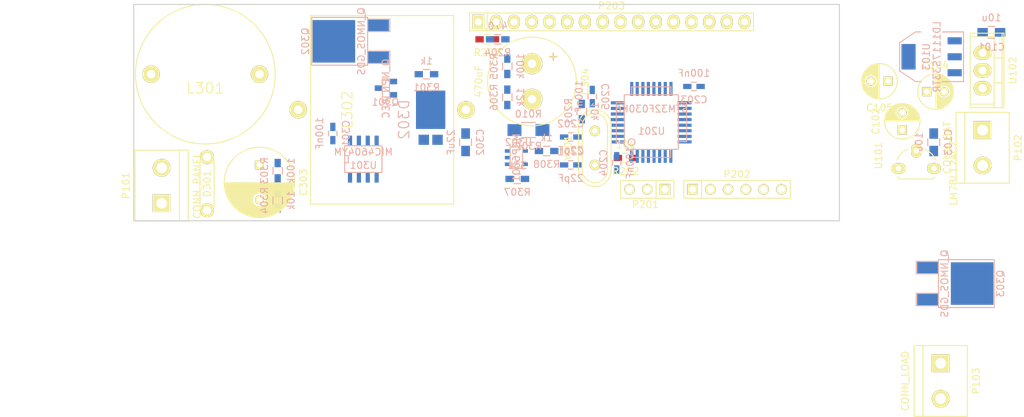
<source format=kicad_pcb>
(kicad_pcb (version 4) (host pcbnew 4.0.1-stable)

  (general
    (links 106)
    (no_connects 106)
    (area 16.295 15.089 146.055 75.315001)
    (thickness 1.6)
    (drawings 6)
    (tracks 0)
    (zones 0)
    (modules 46)
    (nets 52)
  )

  (page A4)
  (layers
    (0 F.Cu signal)
    (31 B.Cu signal)
    (32 B.Adhes user)
    (33 F.Adhes user)
    (34 B.Paste user)
    (35 F.Paste user)
    (36 B.SilkS user)
    (37 F.SilkS user)
    (38 B.Mask user)
    (39 F.Mask user)
    (40 Dwgs.User user)
    (41 Cmts.User user)
    (42 Eco1.User user)
    (43 Eco2.User user)
    (44 Edge.Cuts user)
    (45 Margin user)
    (46 B.CrtYd user)
    (47 F.CrtYd user)
    (48 B.Fab user)
    (49 F.Fab user)
  )

  (setup
    (last_trace_width 0.25)
    (trace_clearance 0.2)
    (zone_clearance 0.508)
    (zone_45_only no)
    (trace_min 0.2)
    (segment_width 0.2)
    (edge_width 0.15)
    (via_size 0.6)
    (via_drill 0.4)
    (via_min_size 0.4)
    (via_min_drill 0.3)
    (uvia_size 0.3)
    (uvia_drill 0.1)
    (uvias_allowed no)
    (uvia_min_size 0.2)
    (uvia_min_drill 0.1)
    (pcb_text_width 0.3)
    (pcb_text_size 1.5 1.5)
    (mod_edge_width 0.15)
    (mod_text_size 1 1)
    (mod_text_width 0.15)
    (pad_size 2 2)
    (pad_drill 1.2)
    (pad_to_mask_clearance 0.2)
    (aux_axis_origin 0 0)
    (visible_elements FFFFFF7F)
    (pcbplotparams
      (layerselection 0x00030_80000001)
      (usegerberextensions false)
      (excludeedgelayer true)
      (linewidth 0.100000)
      (plotframeref false)
      (viasonmask false)
      (mode 1)
      (useauxorigin false)
      (hpglpennumber 1)
      (hpglpenspeed 20)
      (hpglpendiameter 15)
      (hpglpenoverlay 2)
      (psnegative false)
      (psa4output false)
      (plotreference true)
      (plotvalue true)
      (plotinvisibletext false)
      (padsonsilk false)
      (subtractmaskfromsilk false)
      (outputformat 1)
      (mirror false)
      (drillshape 1)
      (scaleselection 1)
      (outputdirectory ""))
  )

  (net 0 "")
  (net 1 +BATT)
  (net 2 GND)
  (net 3 +12V)
  (net 4 +5V)
  (net 5 +3V3)
  (net 6 "Net-(C201-Pad1)")
  (net 7 "Net-(C202-Pad1)")
  (net 8 "Net-(C302-Pad1)")
  (net 9 "Net-(C302-Pad2)")
  (net 10 "/Power Converter/VInDirect")
  (net 11 "/Power Converter/Bat-")
  (net 12 "Net-(D301-Pad1)")
  (net 13 "/Power Converter/Vpanel")
  (net 14 "/Power Converter/Load-")
  (net 15 /Mikrocontroller/UART_TX)
  (net 16 /Mikrocontroller/UART_RX)
  (net 17 /Mikrocontroller/SWCLK)
  (net 18 /Mikrocontroller/SWDIO)
  (net 19 /Mikrocontroller/RST_N)
  (net 20 "Net-(P202-Pad6)")
  (net 21 /Mikrocontroller/DISP_CONTRAST)
  (net 22 /Mikrocontroller/DISP_RS)
  (net 23 /Mikrocontroller/DISP_RW)
  (net 24 /Mikrocontroller/DISP_E)
  (net 25 "Net-(P203-Pad7)")
  (net 26 "Net-(P203-Pad8)")
  (net 27 "Net-(P203-Pad9)")
  (net 28 "Net-(P203-Pad10)")
  (net 29 /Mikrocontroller/DISP_D0)
  (net 30 /Mikrocontroller/DISP_D1)
  (net 31 /Mikrocontroller/DISP_D2)
  (net 32 /Mikrocontroller/DISP_D3)
  (net 33 "Net-(P203-Pad15)")
  (net 34 "Net-(P203-Pad16)")
  (net 35 "Net-(Q301-Pad1)")
  (net 36 "Net-(Q302-Pad1)")
  (net 37 "/Power Converter/LoadDrive")
  (net 38 "Net-(R202-Pad1)")
  (net 39 /Mikrocontroller/BootstrapPulse)
  (net 40 /Mikrocontroller/VInSense)
  (net 41 /Mikrocontroller/VOutSense)
  (net 42 /Mikrocontroller/CurrentSense)
  (net 43 "Net-(R307-Pad2)")
  (net 44 /Mikrocontroller/SW_on)
  (net 45 "Net-(U201-Pad28)")
  (net 46 "Net-(U201-Pad27)")
  (net 47 "Net-(U201-Pad26)")
  (net 48 /Mikrocontroller/LOAD_on)
  (net 49 "Net-(U201-Pad9)")
  (net 50 "Net-(U201-Pad14)")
  (net 51 "Net-(U201-Pad15)")

  (net_class Default "This is the default net class."
    (clearance 0.2)
    (trace_width 0.25)
    (via_dia 0.6)
    (via_drill 0.4)
    (uvia_dia 0.3)
    (uvia_drill 0.1)
    (add_net +12V)
    (add_net +3V3)
    (add_net +5V)
    (add_net +BATT)
    (add_net /Mikrocontroller/BootstrapPulse)
    (add_net /Mikrocontroller/CurrentSense)
    (add_net /Mikrocontroller/DISP_CONTRAST)
    (add_net /Mikrocontroller/DISP_D0)
    (add_net /Mikrocontroller/DISP_D1)
    (add_net /Mikrocontroller/DISP_D2)
    (add_net /Mikrocontroller/DISP_D3)
    (add_net /Mikrocontroller/DISP_E)
    (add_net /Mikrocontroller/DISP_RS)
    (add_net /Mikrocontroller/DISP_RW)
    (add_net /Mikrocontroller/LOAD_on)
    (add_net /Mikrocontroller/RST_N)
    (add_net /Mikrocontroller/SWCLK)
    (add_net /Mikrocontroller/SWDIO)
    (add_net /Mikrocontroller/SW_on)
    (add_net /Mikrocontroller/UART_RX)
    (add_net /Mikrocontroller/UART_TX)
    (add_net /Mikrocontroller/VInSense)
    (add_net /Mikrocontroller/VOutSense)
    (add_net "/Power Converter/Bat-")
    (add_net "/Power Converter/Load-")
    (add_net "/Power Converter/LoadDrive")
    (add_net "/Power Converter/VInDirect")
    (add_net "/Power Converter/Vpanel")
    (add_net GND)
    (add_net "Net-(C201-Pad1)")
    (add_net "Net-(C202-Pad1)")
    (add_net "Net-(C302-Pad1)")
    (add_net "Net-(C302-Pad2)")
    (add_net "Net-(D301-Pad1)")
    (add_net "Net-(P202-Pad6)")
    (add_net "Net-(P203-Pad10)")
    (add_net "Net-(P203-Pad15)")
    (add_net "Net-(P203-Pad16)")
    (add_net "Net-(P203-Pad7)")
    (add_net "Net-(P203-Pad8)")
    (add_net "Net-(P203-Pad9)")
    (add_net "Net-(Q301-Pad1)")
    (add_net "Net-(Q302-Pad1)")
    (add_net "Net-(R202-Pad1)")
    (add_net "Net-(R307-Pad2)")
    (add_net "Net-(U201-Pad14)")
    (add_net "Net-(U201-Pad15)")
    (add_net "Net-(U201-Pad26)")
    (add_net "Net-(U201-Pad27)")
    (add_net "Net-(U201-Pad28)")
    (add_net "Net-(U201-Pad9)")
  )

  (module Capacitors_SMD:C_0805_HandSoldering (layer B.Cu) (tedit 541A9B8D) (tstamp 576C3E1E)
    (at 141.25 20)
    (descr "Capacitor SMD 0805, hand soldering")
    (tags "capacitor 0805")
    (path /575C889D)
    (attr smd)
    (fp_text reference C101 (at 0 2.1) (layer B.SilkS)
      (effects (font (size 1 1) (thickness 0.15)) (justify mirror))
    )
    (fp_text value 10u (at 0 -2.1) (layer B.SilkS)
      (effects (font (size 1 1) (thickness 0.15)) (justify mirror))
    )
    (fp_line (start -2.3 1) (end 2.3 1) (layer B.CrtYd) (width 0.05))
    (fp_line (start -2.3 -1) (end 2.3 -1) (layer B.CrtYd) (width 0.05))
    (fp_line (start -2.3 1) (end -2.3 -1) (layer B.CrtYd) (width 0.05))
    (fp_line (start 2.3 1) (end 2.3 -1) (layer B.CrtYd) (width 0.05))
    (fp_line (start 0.5 0.85) (end -0.5 0.85) (layer B.SilkS) (width 0.15))
    (fp_line (start -0.5 -0.85) (end 0.5 -0.85) (layer B.SilkS) (width 0.15))
    (pad 1 smd rect (at -1.25 0) (size 1.5 1.25) (layers B.Cu B.Paste B.Mask)
      (net 1 +BATT))
    (pad 2 smd rect (at 1.25 0) (size 1.5 1.25) (layers B.Cu B.Paste B.Mask)
      (net 2 GND))
    (model Capacitors_SMD/C_0805_HandSoldering.wrl
      (at (xyz 0 0 0))
      (scale (xyz 1 1 1))
      (rotate (xyz 0 0 0))
    )
  )

  (module Capacitors_SMD:C_0805_HandSoldering (layer B.Cu) (tedit 541A9B8D) (tstamp 576C3E2A)
    (at 133 35.75 90)
    (descr "Capacitor SMD 0805, hand soldering")
    (tags "capacitor 0805")
    (path /5761FA3A)
    (attr smd)
    (fp_text reference C103 (at 0 2.1 90) (layer B.SilkS)
      (effects (font (size 1 1) (thickness 0.15)) (justify mirror))
    )
    (fp_text value 10u (at 0 -2.1 90) (layer B.SilkS)
      (effects (font (size 1 1) (thickness 0.15)) (justify mirror))
    )
    (fp_line (start -2.3 1) (end 2.3 1) (layer B.CrtYd) (width 0.05))
    (fp_line (start -2.3 -1) (end 2.3 -1) (layer B.CrtYd) (width 0.05))
    (fp_line (start -2.3 1) (end -2.3 -1) (layer B.CrtYd) (width 0.05))
    (fp_line (start 2.3 1) (end 2.3 -1) (layer B.CrtYd) (width 0.05))
    (fp_line (start 0.5 0.85) (end -0.5 0.85) (layer B.SilkS) (width 0.15))
    (fp_line (start -0.5 -0.85) (end 0.5 -0.85) (layer B.SilkS) (width 0.15))
    (pad 1 smd rect (at -1.25 0 90) (size 1.5 1.25) (layers B.Cu B.Paste B.Mask)
      (net 1 +BATT))
    (pad 2 smd rect (at 1.25 0 90) (size 1.5 1.25) (layers B.Cu B.Paste B.Mask)
      (net 2 GND))
    (model Capacitors_SMD/C_0805_HandSoldering.wrl
      (at (xyz 0 0 0))
      (scale (xyz 1 1 1))
      (rotate (xyz 0 0 0))
    )
  )

  (module Capacitors_SMD:C_0603_HandSoldering (layer B.Cu) (tedit 541A9B4D) (tstamp 576C3E3C)
    (at 81.05 39 180)
    (descr "Capacitor SMD 0603, hand soldering")
    (tags "capacitor 0603")
    (path /5761A543/5761C5EC)
    (attr smd)
    (fp_text reference C201 (at 0 1.9 180) (layer B.SilkS)
      (effects (font (size 1 1) (thickness 0.15)) (justify mirror))
    )
    (fp_text value 22pF (at 0 -1.9 180) (layer B.SilkS)
      (effects (font (size 1 1) (thickness 0.15)) (justify mirror))
    )
    (fp_line (start -1.85 0.75) (end 1.85 0.75) (layer B.CrtYd) (width 0.05))
    (fp_line (start -1.85 -0.75) (end 1.85 -0.75) (layer B.CrtYd) (width 0.05))
    (fp_line (start -1.85 0.75) (end -1.85 -0.75) (layer B.CrtYd) (width 0.05))
    (fp_line (start 1.85 0.75) (end 1.85 -0.75) (layer B.CrtYd) (width 0.05))
    (fp_line (start -0.35 0.6) (end 0.35 0.6) (layer B.SilkS) (width 0.15))
    (fp_line (start 0.35 -0.6) (end -0.35 -0.6) (layer B.SilkS) (width 0.15))
    (pad 1 smd rect (at -0.95 0 180) (size 1.2 0.75) (layers B.Cu B.Paste B.Mask)
      (net 6 "Net-(C201-Pad1)"))
    (pad 2 smd rect (at 0.95 0 180) (size 1.2 0.75) (layers B.Cu B.Paste B.Mask)
      (net 2 GND))
    (model Capacitors_SMD/C_0603_HandSoldering.wrl
      (at (xyz 0 0 0))
      (scale (xyz 1 1 1))
      (rotate (xyz 0 0 0))
    )
  )

  (module Capacitors_SMD:C_0603_HandSoldering (layer B.Cu) (tedit 541A9B4D) (tstamp 576C3E42)
    (at 81.05 35 180)
    (descr "Capacitor SMD 0603, hand soldering")
    (tags "capacitor 0603")
    (path /5761A543/5761C689)
    (attr smd)
    (fp_text reference C202 (at 0 1.9 180) (layer B.SilkS)
      (effects (font (size 1 1) (thickness 0.15)) (justify mirror))
    )
    (fp_text value 22pF (at 0 -1.9 180) (layer B.SilkS)
      (effects (font (size 1 1) (thickness 0.15)) (justify mirror))
    )
    (fp_line (start -1.85 0.75) (end 1.85 0.75) (layer B.CrtYd) (width 0.05))
    (fp_line (start -1.85 -0.75) (end 1.85 -0.75) (layer B.CrtYd) (width 0.05))
    (fp_line (start -1.85 0.75) (end -1.85 -0.75) (layer B.CrtYd) (width 0.05))
    (fp_line (start 1.85 0.75) (end 1.85 -0.75) (layer B.CrtYd) (width 0.05))
    (fp_line (start -0.35 0.6) (end 0.35 0.6) (layer B.SilkS) (width 0.15))
    (fp_line (start 0.35 -0.6) (end -0.35 -0.6) (layer B.SilkS) (width 0.15))
    (pad 1 smd rect (at -0.95 0 180) (size 1.2 0.75) (layers B.Cu B.Paste B.Mask)
      (net 7 "Net-(C202-Pad1)"))
    (pad 2 smd rect (at 0.95 0 180) (size 1.2 0.75) (layers B.Cu B.Paste B.Mask)
      (net 2 GND))
    (model Capacitors_SMD/C_0603_HandSoldering.wrl
      (at (xyz 0 0 0))
      (scale (xyz 1 1 1))
      (rotate (xyz 0 0 0))
    )
  )

  (module Capacitors_SMD:C_0603_HandSoldering (layer B.Cu) (tedit 541A9B4D) (tstamp 576C3E48)
    (at 98.683331 27.753343)
    (descr "Capacitor SMD 0603, hand soldering")
    (tags "capacitor 0603")
    (path /5761A543/5761AD6C)
    (attr smd)
    (fp_text reference C203 (at 0 1.9) (layer B.SilkS)
      (effects (font (size 1 1) (thickness 0.15)) (justify mirror))
    )
    (fp_text value 100nF (at 0 -1.9) (layer B.SilkS)
      (effects (font (size 1 1) (thickness 0.15)) (justify mirror))
    )
    (fp_line (start -1.85 0.75) (end 1.85 0.75) (layer B.CrtYd) (width 0.05))
    (fp_line (start -1.85 -0.75) (end 1.85 -0.75) (layer B.CrtYd) (width 0.05))
    (fp_line (start -1.85 0.75) (end -1.85 -0.75) (layer B.CrtYd) (width 0.05))
    (fp_line (start 1.85 0.75) (end 1.85 -0.75) (layer B.CrtYd) (width 0.05))
    (fp_line (start -0.35 0.6) (end 0.35 0.6) (layer B.SilkS) (width 0.15))
    (fp_line (start 0.35 -0.6) (end -0.35 -0.6) (layer B.SilkS) (width 0.15))
    (pad 1 smd rect (at -0.95 0) (size 1.2 0.75) (layers B.Cu B.Paste B.Mask)
      (net 5 +3V3))
    (pad 2 smd rect (at 0.95 0) (size 1.2 0.75) (layers B.Cu B.Paste B.Mask)
      (net 2 GND))
    (model Capacitors_SMD/C_0603_HandSoldering.wrl
      (at (xyz 0 0 0))
      (scale (xyz 1 1 1))
      (rotate (xyz 0 0 0))
    )
  )

  (module Capacitors_SMD:C_0603_HandSoldering (layer B.Cu) (tedit 541A9B4D) (tstamp 576C3E4E)
    (at 87.633331 38.703343 270)
    (descr "Capacitor SMD 0603, hand soldering")
    (tags "capacitor 0603")
    (path /5761A543/5761ADD1)
    (attr smd)
    (fp_text reference C204 (at 0 1.9 270) (layer B.SilkS)
      (effects (font (size 1 1) (thickness 0.15)) (justify mirror))
    )
    (fp_text value 100nF (at 0 -1.9 270) (layer B.SilkS)
      (effects (font (size 1 1) (thickness 0.15)) (justify mirror))
    )
    (fp_line (start -1.85 0.75) (end 1.85 0.75) (layer B.CrtYd) (width 0.05))
    (fp_line (start -1.85 -0.75) (end 1.85 -0.75) (layer B.CrtYd) (width 0.05))
    (fp_line (start -1.85 0.75) (end -1.85 -0.75) (layer B.CrtYd) (width 0.05))
    (fp_line (start 1.85 0.75) (end 1.85 -0.75) (layer B.CrtYd) (width 0.05))
    (fp_line (start -0.35 0.6) (end 0.35 0.6) (layer B.SilkS) (width 0.15))
    (fp_line (start 0.35 -0.6) (end -0.35 -0.6) (layer B.SilkS) (width 0.15))
    (pad 1 smd rect (at -0.95 0 270) (size 1.2 0.75) (layers B.Cu B.Paste B.Mask)
      (net 5 +3V3))
    (pad 2 smd rect (at 0.95 0 270) (size 1.2 0.75) (layers B.Cu B.Paste B.Mask)
      (net 2 GND))
    (model Capacitors_SMD/C_0603_HandSoldering.wrl
      (at (xyz 0 0 0))
      (scale (xyz 1 1 1))
      (rotate (xyz 0 0 0))
    )
  )

  (module Capacitors_SMD:C_0603_HandSoldering (layer B.Cu) (tedit 541A9B4D) (tstamp 576C3E54)
    (at 84.133331 29.203343 90)
    (descr "Capacitor SMD 0603, hand soldering")
    (tags "capacitor 0603")
    (path /5761A543/5761ADF4)
    (attr smd)
    (fp_text reference C205 (at 0 1.9 90) (layer B.SilkS)
      (effects (font (size 1 1) (thickness 0.15)) (justify mirror))
    )
    (fp_text value 100nF (at 0 -1.9 90) (layer B.SilkS)
      (effects (font (size 1 1) (thickness 0.15)) (justify mirror))
    )
    (fp_line (start -1.85 0.75) (end 1.85 0.75) (layer B.CrtYd) (width 0.05))
    (fp_line (start -1.85 -0.75) (end 1.85 -0.75) (layer B.CrtYd) (width 0.05))
    (fp_line (start -1.85 0.75) (end -1.85 -0.75) (layer B.CrtYd) (width 0.05))
    (fp_line (start 1.85 0.75) (end 1.85 -0.75) (layer B.CrtYd) (width 0.05))
    (fp_line (start -0.35 0.6) (end 0.35 0.6) (layer B.SilkS) (width 0.15))
    (fp_line (start 0.35 -0.6) (end -0.35 -0.6) (layer B.SilkS) (width 0.15))
    (pad 1 smd rect (at -0.95 0 90) (size 1.2 0.75) (layers B.Cu B.Paste B.Mask)
      (net 5 +3V3))
    (pad 2 smd rect (at 0.95 0 90) (size 1.2 0.75) (layers B.Cu B.Paste B.Mask)
      (net 2 GND))
    (model Capacitors_SMD/C_0603_HandSoldering.wrl
      (at (xyz 0 0 0))
      (scale (xyz 1 1 1))
      (rotate (xyz 0 0 0))
    )
  )

  (module Capacitors_SMD:C_0603_HandSoldering (layer B.Cu) (tedit 541A9B4D) (tstamp 576C3E5A)
    (at 47 34.5 90)
    (descr "Capacitor SMD 0603, hand soldering")
    (tags "capacitor 0603")
    (path /575B1260/575B423F)
    (attr smd)
    (fp_text reference C301 (at 0 1.9 90) (layer B.SilkS)
      (effects (font (size 1 1) (thickness 0.15)) (justify mirror))
    )
    (fp_text value 100nF (at 0 -1.9 90) (layer B.SilkS)
      (effects (font (size 1 1) (thickness 0.15)) (justify mirror))
    )
    (fp_line (start -1.85 0.75) (end 1.85 0.75) (layer B.CrtYd) (width 0.05))
    (fp_line (start -1.85 -0.75) (end 1.85 -0.75) (layer B.CrtYd) (width 0.05))
    (fp_line (start -1.85 0.75) (end -1.85 -0.75) (layer B.CrtYd) (width 0.05))
    (fp_line (start 1.85 0.75) (end 1.85 -0.75) (layer B.CrtYd) (width 0.05))
    (fp_line (start -0.35 0.6) (end 0.35 0.6) (layer B.SilkS) (width 0.15))
    (fp_line (start 0.35 -0.6) (end -0.35 -0.6) (layer B.SilkS) (width 0.15))
    (pad 1 smd rect (at -0.95 0 90) (size 1.2 0.75) (layers B.Cu B.Paste B.Mask)
      (net 3 +12V))
    (pad 2 smd rect (at 0.95 0 90) (size 1.2 0.75) (layers B.Cu B.Paste B.Mask)
      (net 2 GND))
    (model Capacitors_SMD/C_0603_HandSoldering.wrl
      (at (xyz 0 0 0))
      (scale (xyz 1 1 1))
      (rotate (xyz 0 0 0))
    )
  )

  (module Capacitors_SMD:C_0805_HandSoldering (layer B.Cu) (tedit 541A9B8D) (tstamp 576C3E60)
    (at 66 35.75 90)
    (descr "Capacitor SMD 0805, hand soldering")
    (tags "capacitor 0805")
    (path /575B1260/575B40E6)
    (attr smd)
    (fp_text reference C302 (at 0 2.1 90) (layer B.SilkS)
      (effects (font (size 1 1) (thickness 0.15)) (justify mirror))
    )
    (fp_text value 22uF (at 0 -2.1 90) (layer B.SilkS)
      (effects (font (size 1 1) (thickness 0.15)) (justify mirror))
    )
    (fp_line (start -2.3 1) (end 2.3 1) (layer B.CrtYd) (width 0.05))
    (fp_line (start -2.3 -1) (end 2.3 -1) (layer B.CrtYd) (width 0.05))
    (fp_line (start -2.3 1) (end -2.3 -1) (layer B.CrtYd) (width 0.05))
    (fp_line (start 2.3 1) (end 2.3 -1) (layer B.CrtYd) (width 0.05))
    (fp_line (start 0.5 0.85) (end -0.5 0.85) (layer B.SilkS) (width 0.15))
    (fp_line (start -0.5 -0.85) (end 0.5 -0.85) (layer B.SilkS) (width 0.15))
    (pad 1 smd rect (at -1.25 0 90) (size 1.5 1.25) (layers B.Cu B.Paste B.Mask)
      (net 8 "Net-(C302-Pad1)"))
    (pad 2 smd rect (at 1.25 0 90) (size 1.5 1.25) (layers B.Cu B.Paste B.Mask)
      (net 9 "Net-(C302-Pad2)"))
    (model Capacitors_SMD/C_0805_HandSoldering.wrl
      (at (xyz 0 0 0))
      (scale (xyz 1 1 1))
      (rotate (xyz 0 0 0))
    )
  )

  (module Capacitors_Elko_ThroughHole:Elko_vert_25x12.5mm_RM5 (layer F.Cu) (tedit 5454A482) (tstamp 576C3E6C)
    (at 75.5 24.5 270)
    (descr "Electrolytic Capacitor, vertical, diameter 12,5mm, RM 5mm")
    (tags "Electrolytic Capacitor, vertical, diameter 12,5mm, RM 5mm, Elko, Electrolytkondensator, Kondensator gepolt, Durchmesser 12,5mm")
    (path /575B1260/575B159B)
    (fp_text reference C304 (at 2.54 -7.62 270) (layer F.SilkS)
      (effects (font (size 1 1) (thickness 0.15)))
    )
    (fp_text value 470uF (at 2.54 7.62 270) (layer F.SilkS)
      (effects (font (size 1 1) (thickness 0.15)))
    )
    (fp_line (start -1.016 -3.556) (end -1.016 -2.54) (layer F.SilkS) (width 0.15))
    (fp_line (start -1.524 -3.048) (end -0.508 -3.048) (layer F.SilkS) (width 0.15))
    (fp_line (start -1.016 -3.556) (end -1.016 -2.54) (layer F.Cu) (width 0.15))
    (fp_line (start -1.524 -3.048) (end -0.508 -3.048) (layer F.Cu) (width 0.15))
    (fp_circle (center 2.54 0) (end 8.89 0) (layer F.SilkS) (width 0.15))
    (pad 2 thru_hole circle (at 5.08 0 270) (size 2.99974 2.99974) (drill 1.19888) (layers *.Cu *.Mask F.SilkS)
      (net 11 "/Power Converter/Bat-"))
    (pad 1 thru_hole circle (at 0 0 270) (size 2.99974 2.99974) (drill 1.19888) (layers *.Cu *.Mask F.SilkS)
      (net 1 +BATT))
    (model Capacitors_Elko_ThroughHole/Elko_vert_25x12.5mm_RM5.wrl
      (at (xyz 0 0 0))
      (scale (xyz 1 1 1))
      (rotate (xyz 0 0 0))
    )
  )

  (module TO-SMD:TO-277 (layer B.Cu) (tedit 576C373F) (tstamp 576C3E79)
    (at 61 32.494594 90)
    (path /575B1260/576C4566)
    (fp_text reference D302 (at 0 -3.81 90) (layer B.SilkS)
      (effects (font (size 1.5 1.5) (thickness 0.15)) (justify mirror))
    )
    (fp_text value SCH-TO-277 (at 0 3.81 90) (layer B.Fab)
      (effects (font (size 1.5 1.5) (thickness 0.15)) (justify mirror))
    )
    (pad 3 smd rect (at 1.4 0 90) (size 5.5 4.2) (layers B.Cu B.Paste B.Mask)
      (net 9 "Net-(C302-Pad2)"))
    (pad 1 smd rect (at -2.9 -0.985 90) (size 1.45 1.5) (layers B.Cu B.Paste B.Mask)
      (net 2 GND))
    (pad 2 smd rect (at -2.9 0.985 90) (size 1.45 1.5) (layers B.Cu B.Paste B.Mask)
      (net 2 GND))
  )

  (module PowerInductors:LPV2023-101KL (layer F.Cu) (tedit 576C3AC7) (tstamp 576C3E7F)
    (at 28.75 26)
    (path /575B1260/575B1760)
    (fp_text reference L301 (at 0 2) (layer F.SilkS)
      (effects (font (size 1.5 1.5) (thickness 0.15)))
    )
    (fp_text value 100uH (at 0 -3) (layer F.Fab)
      (effects (font (size 1.5 1.5) (thickness 0.15)))
    )
    (fp_circle (center 0 0) (end 10 0) (layer F.SilkS) (width 0.15))
    (pad 1 thru_hole circle (at 7.75 0) (size 2.5 2.5) (drill 1.2) (layers *.Cu *.Mask F.SilkS)
      (net 10 "/Power Converter/VInDirect"))
    (pad 2 thru_hole circle (at -7.75 0) (size 2.5 2.5) (drill 1.2) (layers *.Cu *.Mask F.SilkS)
      (net 12 "Net-(D301-Pad1)"))
  )

  (module PowerInductors:CustomCore_27x20.5mm (layer F.Cu) (tedit 576C3CF2) (tstamp 576C3E85)
    (at 54.048306 31.094594 90)
    (path /575B1260/575B1308)
    (fp_text reference L302 (at 0 -5 90) (layer F.SilkS)
      (effects (font (size 1.5 1.5) (thickness 0.15)))
    )
    (fp_text value 1mH (at 0 5 90) (layer F.Fab)
      (effects (font (size 1.5 1.5) (thickness 0.15)))
    )
    (fp_line (start -13.5 -10.25) (end -13.5 10.25) (layer F.SilkS) (width 0.15))
    (fp_line (start 13.5 -10.25) (end -13.5 -10.25) (layer F.SilkS) (width 0.15))
    (fp_line (start 13.5 10.25) (end 13.5 -10.25) (layer F.SilkS) (width 0.15))
    (fp_line (start -13.5 10.25) (end 13.5 10.25) (layer F.SilkS) (width 0.15))
    (pad 1 thru_hole circle (at 0 -12 90) (size 2.5 2.5) (drill 1.2) (layers *.Cu *.Mask F.SilkS)
      (net 1 +BATT))
    (pad 2 thru_hole circle (at 0 12 90) (size 2.5 2.5) (drill 1.2) (layers *.Cu *.Mask F.SilkS)
      (net 9 "Net-(C302-Pad2)"))
  )

  (module Connect:bornier2 (layer F.Cu) (tedit 0) (tstamp 576C3E8B)
    (at 22.5 41.96 90)
    (descr "Bornier d'alimentation 2 pins")
    (tags DEV)
    (path /5761A72F)
    (fp_text reference P101 (at 0 -5.08 90) (layer F.SilkS)
      (effects (font (size 1 1) (thickness 0.15)))
    )
    (fp_text value CONN_PANEL (at 0 5.08 90) (layer F.SilkS)
      (effects (font (size 1 1) (thickness 0.15)))
    )
    (fp_line (start 5.08 2.54) (end -5.08 2.54) (layer F.SilkS) (width 0.15))
    (fp_line (start 5.08 3.81) (end 5.08 -3.81) (layer F.SilkS) (width 0.15))
    (fp_line (start 5.08 -3.81) (end -5.08 -3.81) (layer F.SilkS) (width 0.15))
    (fp_line (start -5.08 -3.81) (end -5.08 3.81) (layer F.SilkS) (width 0.15))
    (fp_line (start -5.08 3.81) (end 5.08 3.81) (layer F.SilkS) (width 0.15))
    (pad 1 thru_hole rect (at -2.54 0 90) (size 2.54 2.54) (drill 1.524) (layers *.Cu *.Mask F.SilkS)
      (net 13 "/Power Converter/Vpanel"))
    (pad 2 thru_hole circle (at 2.54 0 90) (size 2.54 2.54) (drill 1.524) (layers *.Cu *.Mask F.SilkS)
      (net 2 GND))
    (model Connect/bornier2.wrl
      (at (xyz 0 0 0))
      (scale (xyz 1 1 1))
      (rotate (xyz 0 0 0))
    )
  )

  (module Connect:bornier2 (layer F.Cu) (tedit 0) (tstamp 576C3E91)
    (at 140 36.54 270)
    (descr "Bornier d'alimentation 2 pins")
    (tags DEV)
    (path /575C825E)
    (fp_text reference P102 (at 0 -5.08 270) (layer F.SilkS)
      (effects (font (size 1 1) (thickness 0.15)))
    )
    (fp_text value CONN_BAT (at 0 5.08 270) (layer F.SilkS)
      (effects (font (size 1 1) (thickness 0.15)))
    )
    (fp_line (start 5.08 2.54) (end -5.08 2.54) (layer F.SilkS) (width 0.15))
    (fp_line (start 5.08 3.81) (end 5.08 -3.81) (layer F.SilkS) (width 0.15))
    (fp_line (start 5.08 -3.81) (end -5.08 -3.81) (layer F.SilkS) (width 0.15))
    (fp_line (start -5.08 -3.81) (end -5.08 3.81) (layer F.SilkS) (width 0.15))
    (fp_line (start -5.08 3.81) (end 5.08 3.81) (layer F.SilkS) (width 0.15))
    (pad 1 thru_hole rect (at -2.54 0 270) (size 2.54 2.54) (drill 1.524) (layers *.Cu *.Mask F.SilkS)
      (net 1 +BATT))
    (pad 2 thru_hole circle (at 2.54 0 270) (size 2.54 2.54) (drill 1.524) (layers *.Cu *.Mask F.SilkS)
      (net 11 "/Power Converter/Bat-"))
    (model Connect/bornier2.wrl
      (at (xyz 0 0 0))
      (scale (xyz 1 1 1))
      (rotate (xyz 0 0 0))
    )
  )

  (module Connect:bornier2 (layer F.Cu) (tedit 0) (tstamp 576C3E97)
    (at 134 69.96 270)
    (descr "Bornier d'alimentation 2 pins")
    (tags DEV)
    (path /5769D6B5)
    (fp_text reference P103 (at 0 -5.08 270) (layer F.SilkS)
      (effects (font (size 1 1) (thickness 0.15)))
    )
    (fp_text value CONN_LOAD (at 0 5.08 270) (layer F.SilkS)
      (effects (font (size 1 1) (thickness 0.15)))
    )
    (fp_line (start 5.08 2.54) (end -5.08 2.54) (layer F.SilkS) (width 0.15))
    (fp_line (start 5.08 3.81) (end 5.08 -3.81) (layer F.SilkS) (width 0.15))
    (fp_line (start 5.08 -3.81) (end -5.08 -3.81) (layer F.SilkS) (width 0.15))
    (fp_line (start -5.08 -3.81) (end -5.08 3.81) (layer F.SilkS) (width 0.15))
    (fp_line (start -5.08 3.81) (end 5.08 3.81) (layer F.SilkS) (width 0.15))
    (pad 1 thru_hole rect (at -2.54 0 270) (size 2.54 2.54) (drill 1.524) (layers *.Cu *.Mask F.SilkS)
      (net 1 +BATT))
    (pad 2 thru_hole circle (at 2.54 0 270) (size 2.54 2.54) (drill 1.524) (layers *.Cu *.Mask F.SilkS)
      (net 14 "/Power Converter/Load-"))
    (model Connect/bornier2.wrl
      (at (xyz 0 0 0))
      (scale (xyz 1 1 1))
      (rotate (xyz 0 0 0))
    )
  )

  (module Pin_Arrays:pin_array_1x03 (layer F.Cu) (tedit 0) (tstamp 576C3E9E)
    (at 92 42.5 180)
    (descr "Connecteur 3 pins")
    (tags "CONN DEV")
    (path /5761A543/5761CA19)
    (fp_text reference P201 (at 0.254 -2.159 180) (layer F.SilkS)
      (effects (font (size 1 1) (thickness 0.15)))
    )
    (fp_text value CONN_UART (at 0 -2.159 180) (layer F.SilkS) hide
      (effects (font (size 1 1) (thickness 0.15)))
    )
    (fp_line (start -3.81 1.27) (end -3.81 -1.27) (layer F.SilkS) (width 0.15))
    (fp_line (start -3.81 -1.27) (end 3.81 -1.27) (layer F.SilkS) (width 0.15))
    (fp_line (start 3.81 -1.27) (end 3.81 1.27) (layer F.SilkS) (width 0.15))
    (fp_line (start 3.81 1.27) (end -3.81 1.27) (layer F.SilkS) (width 0.15))
    (fp_line (start -1.27 -1.27) (end -1.27 1.27) (layer F.SilkS) (width 0.15))
    (pad 1 thru_hole rect (at -2.54 0 180) (size 1.524 1.524) (drill 1.016) (layers *.Cu *.Mask F.SilkS)
      (net 15 /Mikrocontroller/UART_TX))
    (pad 2 thru_hole circle (at 0 0 180) (size 1.524 1.524) (drill 1.016) (layers *.Cu *.Mask F.SilkS)
      (net 16 /Mikrocontroller/UART_RX))
    (pad 3 thru_hole circle (at 2.54 0 180) (size 1.524 1.524) (drill 1.016) (layers *.Cu *.Mask F.SilkS)
      (net 2 GND))
    (model Pin_Arrays/pin_array_1x03.wrl
      (at (xyz 0 0 0))
      (scale (xyz 1 1 1))
      (rotate (xyz 0 0 0))
    )
  )

  (module Pin_Arrays:pin_array_1x06 (layer F.Cu) (tedit 0) (tstamp 576C3EA8)
    (at 104.85 42.5)
    (descr "Connecteur 6 pins")
    (tags "CONN DEV")
    (path /5761A543/5761B5EA)
    (fp_text reference P202 (at 0 -2.159) (layer F.SilkS)
      (effects (font (size 1 1) (thickness 0.15)))
    )
    (fp_text value CONN_SWD (at 0 2.159) (layer F.SilkS) hide
      (effects (font (size 1 1) (thickness 0.15)))
    )
    (fp_line (start -7.62 1.27) (end -7.62 -1.27) (layer F.SilkS) (width 0.15))
    (fp_line (start -7.62 -1.27) (end 7.62 -1.27) (layer F.SilkS) (width 0.15))
    (fp_line (start 7.62 -1.27) (end 7.62 1.27) (layer F.SilkS) (width 0.15))
    (fp_line (start 7.62 1.27) (end -7.62 1.27) (layer F.SilkS) (width 0.15))
    (fp_line (start -5.08 1.27) (end -5.08 -1.27) (layer F.SilkS) (width 0.15))
    (pad 1 thru_hole rect (at -6.35 0) (size 1.524 1.524) (drill 1.016) (layers *.Cu *.Mask F.SilkS)
      (net 5 +3V3))
    (pad 2 thru_hole circle (at -3.81 0) (size 1.524 1.524) (drill 1.016) (layers *.Cu *.Mask F.SilkS)
      (net 17 /Mikrocontroller/SWCLK))
    (pad 3 thru_hole circle (at -1.27 0) (size 1.524 1.524) (drill 1.016) (layers *.Cu *.Mask F.SilkS)
      (net 2 GND))
    (pad 4 thru_hole circle (at 1.27 0) (size 1.524 1.524) (drill 1.016) (layers *.Cu *.Mask F.SilkS)
      (net 18 /Mikrocontroller/SWDIO))
    (pad 5 thru_hole circle (at 3.81 0) (size 1.524 1.524) (drill 1.016) (layers *.Cu *.Mask F.SilkS)
      (net 19 /Mikrocontroller/RST_N))
    (pad 6 thru_hole circle (at 6.35 0) (size 1.524 1.524) (drill 1.016) (layers *.Cu *.Mask F.SilkS)
      (net 20 "Net-(P202-Pad6)"))
    (model Pin_Arrays/pin_array_1x06.wrl
      (at (xyz 0 0 0))
      (scale (xyz 1 1 1))
      (rotate (xyz 0 0 0))
    )
  )

  (module Pin_Headers:Pin_Header_Straight_1x16 (layer F.Cu) (tedit 0) (tstamp 576C3EBC)
    (at 86.89 18.5)
    (descr "Through hole pin header")
    (tags "pin header")
    (path /5761A543/5769C283)
    (fp_text reference P203 (at 0 -2.286) (layer F.SilkS)
      (effects (font (size 1 1) (thickness 0.15)))
    )
    (fp_text value CONN_DISP (at 0 0) (layer F.SilkS) hide
      (effects (font (size 1 1) (thickness 0.15)))
    )
    (fp_line (start -17.78 1.27) (end 20.32 1.27) (layer F.SilkS) (width 0.15))
    (fp_line (start 20.32 1.27) (end 20.32 -1.27) (layer F.SilkS) (width 0.15))
    (fp_line (start 20.32 -1.27) (end -17.78 -1.27) (layer F.SilkS) (width 0.15))
    (fp_line (start -20.32 -1.27) (end -17.78 -1.27) (layer F.SilkS) (width 0.15))
    (fp_line (start -17.78 -1.27) (end -17.78 1.27) (layer F.SilkS) (width 0.15))
    (fp_line (start -20.32 -1.27) (end -20.32 1.27) (layer F.SilkS) (width 0.15))
    (fp_line (start -20.32 1.27) (end -17.78 1.27) (layer F.SilkS) (width 0.15))
    (pad 1 thru_hole rect (at -19.05 0) (size 1.7272 2.032) (drill 1.016) (layers *.Cu *.Mask F.SilkS)
      (net 2 GND))
    (pad 2 thru_hole oval (at -16.51 0) (size 1.7272 2.032) (drill 1.016) (layers *.Cu *.Mask F.SilkS)
      (net 4 +5V))
    (pad 3 thru_hole oval (at -13.97 0) (size 1.7272 2.032) (drill 1.016) (layers *.Cu *.Mask F.SilkS)
      (net 21 /Mikrocontroller/DISP_CONTRAST))
    (pad 4 thru_hole oval (at -11.43 0) (size 1.7272 2.032) (drill 1.016) (layers *.Cu *.Mask F.SilkS)
      (net 22 /Mikrocontroller/DISP_RS))
    (pad 5 thru_hole oval (at -8.89 0) (size 1.7272 2.032) (drill 1.016) (layers *.Cu *.Mask F.SilkS)
      (net 23 /Mikrocontroller/DISP_RW))
    (pad 6 thru_hole oval (at -6.35 0) (size 1.7272 2.032) (drill 1.016) (layers *.Cu *.Mask F.SilkS)
      (net 24 /Mikrocontroller/DISP_E))
    (pad 7 thru_hole oval (at -3.81 0) (size 1.7272 2.032) (drill 1.016) (layers *.Cu *.Mask F.SilkS)
      (net 25 "Net-(P203-Pad7)"))
    (pad 8 thru_hole oval (at -1.27 0) (size 1.7272 2.032) (drill 1.016) (layers *.Cu *.Mask F.SilkS)
      (net 26 "Net-(P203-Pad8)"))
    (pad 9 thru_hole oval (at 1.27 0) (size 1.7272 2.032) (drill 1.016) (layers *.Cu *.Mask F.SilkS)
      (net 27 "Net-(P203-Pad9)"))
    (pad 10 thru_hole oval (at 3.81 0) (size 1.7272 2.032) (drill 1.016) (layers *.Cu *.Mask F.SilkS)
      (net 28 "Net-(P203-Pad10)"))
    (pad 11 thru_hole oval (at 6.35 0) (size 1.7272 2.032) (drill 1.016) (layers *.Cu *.Mask F.SilkS)
      (net 29 /Mikrocontroller/DISP_D0))
    (pad 12 thru_hole oval (at 8.89 0) (size 1.7272 2.032) (drill 1.016) (layers *.Cu *.Mask F.SilkS)
      (net 30 /Mikrocontroller/DISP_D1))
    (pad 13 thru_hole oval (at 11.43 0) (size 1.7272 2.032) (drill 1.016) (layers *.Cu *.Mask F.SilkS)
      (net 31 /Mikrocontroller/DISP_D2))
    (pad 14 thru_hole oval (at 13.97 0) (size 1.7272 2.032) (drill 1.016) (layers *.Cu *.Mask F.SilkS)
      (net 32 /Mikrocontroller/DISP_D3))
    (pad 15 thru_hole oval (at 16.51 0) (size 1.7272 2.032) (drill 1.016) (layers *.Cu *.Mask F.SilkS)
      (net 33 "Net-(P203-Pad15)"))
    (pad 16 thru_hole oval (at 19.05 0) (size 1.7272 2.032) (drill 1.016) (layers *.Cu *.Mask F.SilkS)
      (net 34 "Net-(P203-Pad16)"))
    (model Pin_Headers/Pin_Header_Straight_1x16.wrl
      (at (xyz 0 0 0))
      (scale (xyz 1 1 1))
      (rotate (xyz 0 0 0))
    )
  )

  (module SMD_Packages:SOT-23 (layer B.Cu) (tedit 0) (tstamp 576C3EC3)
    (at 54.59982 28 270)
    (tags SOT23)
    (path /575B1260/576AFC6F)
    (fp_text reference Q301 (at 1.99898 0.09906 540) (layer B.SilkS)
      (effects (font (size 1 1) (thickness 0.15)) (justify mirror))
    )
    (fp_text value Q_NPN_BEC (at 0.0635 0 270) (layer B.SilkS)
      (effects (font (size 1 1) (thickness 0.15)) (justify mirror))
    )
    (fp_circle (center -1.17602 -0.35052) (end -1.30048 -0.44958) (layer B.SilkS) (width 0.15))
    (fp_line (start 1.27 0.508) (end 1.27 -0.508) (layer B.SilkS) (width 0.15))
    (fp_line (start -1.3335 0.508) (end -1.3335 -0.508) (layer B.SilkS) (width 0.15))
    (fp_line (start 1.27 -0.508) (end -1.3335 -0.508) (layer B.SilkS) (width 0.15))
    (fp_line (start -1.3335 0.508) (end 1.27 0.508) (layer B.SilkS) (width 0.15))
    (pad 3 smd rect (at 0 1.09982 270) (size 0.8001 1.00076) (layers B.Cu B.Paste B.Mask)
      (net 9 "Net-(C302-Pad2)"))
    (pad 2 smd rect (at 0.9525 -1.09982 270) (size 0.8001 1.00076) (layers B.Cu B.Paste B.Mask)
      (net 2 GND))
    (pad 1 smd rect (at -0.9525 -1.09982 270) (size 0.8001 1.00076) (layers B.Cu B.Paste B.Mask)
      (net 35 "Net-(Q301-Pad1)"))
    (model SMD_Packages/SOT-23.wrl
      (at (xyz 0 0 0))
      (scale (xyz 0.4 0.4 0.4))
      (rotate (xyz 0 0 180))
    )
  )

  (module SMD_Packages:DPAK-2 (layer B.Cu) (tedit 0) (tstamp 576C3ECA)
    (at 53.5 21.286 270)
    (descr "MOS boitier DPACK G-D-S")
    (tags "CMD DPACK")
    (path /575B1260/575B16B6)
    (attr smd)
    (fp_text reference Q302 (at 0 10.414 270) (layer B.SilkS)
      (effects (font (size 1 1) (thickness 0.15)) (justify mirror))
    )
    (fp_text value Q_NMOS_GDS (at 0 2.413 270) (layer B.SilkS)
      (effects (font (size 1 1) (thickness 0.15)) (justify mirror))
    )
    (fp_line (start 1.397 1.524) (end 1.397 -1.651) (layer B.SilkS) (width 0.15))
    (fp_line (start 1.397 -1.651) (end 3.175 -1.651) (layer B.SilkS) (width 0.15))
    (fp_line (start 3.175 -1.651) (end 3.175 1.524) (layer B.SilkS) (width 0.15))
    (fp_line (start -3.175 1.524) (end -3.175 -1.651) (layer B.SilkS) (width 0.15))
    (fp_line (start -3.175 -1.651) (end -1.397 -1.651) (layer B.SilkS) (width 0.15))
    (fp_line (start -1.397 -1.651) (end -1.397 1.524) (layer B.SilkS) (width 0.15))
    (fp_line (start 3.429 7.62) (end 3.429 1.524) (layer B.SilkS) (width 0.15))
    (fp_line (start 3.429 1.524) (end -3.429 1.524) (layer B.SilkS) (width 0.15))
    (fp_line (start -3.429 1.524) (end -3.429 9.398) (layer B.SilkS) (width 0.15))
    (fp_line (start -3.429 9.525) (end 3.429 9.525) (layer B.SilkS) (width 0.15))
    (fp_line (start 3.429 9.398) (end 3.429 7.62) (layer B.SilkS) (width 0.15))
    (pad 1 smd rect (at -2.286 0 270) (size 1.651 3.048) (layers B.Cu B.Paste B.Mask)
      (net 36 "Net-(Q302-Pad1)"))
    (pad 2 smd rect (at 0 6.35 270) (size 6.096 6.096) (layers B.Cu B.Paste B.Mask)
      (net 10 "/Power Converter/VInDirect"))
    (pad 3 smd rect (at 2.286 0 270) (size 1.651 3.048) (layers B.Cu B.Paste B.Mask)
      (net 9 "Net-(C302-Pad2)"))
    (model SMD_Packages/DPAK-2.wrl
      (at (xyz 0 0 0))
      (scale (xyz 1 1 1))
      (rotate (xyz 0 0 0))
    )
  )

  (module SMD_Packages:DPAK-2 (layer B.Cu) (tedit 0) (tstamp 576C3ED1)
    (at 132.15 56 90)
    (descr "MOS boitier DPACK G-D-S")
    (tags "CMD DPACK")
    (path /575B1260/5769CC83)
    (attr smd)
    (fp_text reference Q303 (at 0 10.414 90) (layer B.SilkS)
      (effects (font (size 1 1) (thickness 0.15)) (justify mirror))
    )
    (fp_text value Q_NMOS_GDS (at 0 2.413 90) (layer B.SilkS)
      (effects (font (size 1 1) (thickness 0.15)) (justify mirror))
    )
    (fp_line (start 1.397 1.524) (end 1.397 -1.651) (layer B.SilkS) (width 0.15))
    (fp_line (start 1.397 -1.651) (end 3.175 -1.651) (layer B.SilkS) (width 0.15))
    (fp_line (start 3.175 -1.651) (end 3.175 1.524) (layer B.SilkS) (width 0.15))
    (fp_line (start -3.175 1.524) (end -3.175 -1.651) (layer B.SilkS) (width 0.15))
    (fp_line (start -3.175 -1.651) (end -1.397 -1.651) (layer B.SilkS) (width 0.15))
    (fp_line (start -1.397 -1.651) (end -1.397 1.524) (layer B.SilkS) (width 0.15))
    (fp_line (start 3.429 7.62) (end 3.429 1.524) (layer B.SilkS) (width 0.15))
    (fp_line (start 3.429 1.524) (end -3.429 1.524) (layer B.SilkS) (width 0.15))
    (fp_line (start -3.429 1.524) (end -3.429 9.398) (layer B.SilkS) (width 0.15))
    (fp_line (start -3.429 9.525) (end 3.429 9.525) (layer B.SilkS) (width 0.15))
    (fp_line (start 3.429 9.398) (end 3.429 7.62) (layer B.SilkS) (width 0.15))
    (pad 1 smd rect (at -2.286 0 90) (size 1.651 3.048) (layers B.Cu B.Paste B.Mask)
      (net 37 "/Power Converter/LoadDrive"))
    (pad 2 smd rect (at 0 6.35 90) (size 6.096 6.096) (layers B.Cu B.Paste B.Mask)
      (net 14 "/Power Converter/Load-"))
    (pad 3 smd rect (at 2.286 0 90) (size 1.651 3.048) (layers B.Cu B.Paste B.Mask)
      (net 11 "/Power Converter/Bat-"))
    (model SMD_Packages/DPAK-2.wrl
      (at (xyz 0 0 0))
      (scale (xyz 1 1 1))
      (rotate (xyz 0 0 0))
    )
  )

  (module Resistors_SMD:R_0603_HandSoldering (layer B.Cu) (tedit 5418A00F) (tstamp 576C3ED7)
    (at 82.633331 31.353343 270)
    (descr "Resistor SMD 0603, hand soldering")
    (tags "resistor 0603")
    (path /5761A543/5761B9EF)
    (attr smd)
    (fp_text reference R201 (at 0 1.9 270) (layer B.SilkS)
      (effects (font (size 1 1) (thickness 0.15)) (justify mirror))
    )
    (fp_text value 10k (at 0 -1.9 270) (layer B.SilkS)
      (effects (font (size 1 1) (thickness 0.15)) (justify mirror))
    )
    (fp_line (start -2 0.8) (end 2 0.8) (layer B.CrtYd) (width 0.05))
    (fp_line (start -2 -0.8) (end 2 -0.8) (layer B.CrtYd) (width 0.05))
    (fp_line (start -2 0.8) (end -2 -0.8) (layer B.CrtYd) (width 0.05))
    (fp_line (start 2 0.8) (end 2 -0.8) (layer B.CrtYd) (width 0.05))
    (fp_line (start 0.5 -0.675) (end -0.5 -0.675) (layer B.SilkS) (width 0.15))
    (fp_line (start -0.5 0.675) (end 0.5 0.675) (layer B.SilkS) (width 0.15))
    (pad 1 smd rect (at -1.1 0 270) (size 1.2 0.9) (layers B.Cu B.Paste B.Mask)
      (net 5 +3V3))
    (pad 2 smd rect (at 1.1 0 270) (size 1.2 0.9) (layers B.Cu B.Paste B.Mask)
      (net 19 /Mikrocontroller/RST_N))
    (model Resistors_SMD/R_0603_HandSoldering.wrl
      (at (xyz 0 0 0))
      (scale (xyz 1 1 1))
      (rotate (xyz 0 0 0))
    )
  )

  (module Resistors_SMD:R_0603_HandSoldering (layer F.Cu) (tedit 5418A00F) (tstamp 576C3EDD)
    (at 88.9 38 180)
    (descr "Resistor SMD 0603, hand soldering")
    (tags "resistor 0603")
    (path /5761A543/5761C479)
    (attr smd)
    (fp_text reference R202 (at 0 -1.9 180) (layer F.SilkS)
      (effects (font (size 1 1) (thickness 0.15)))
    )
    (fp_text value 10k (at 0 1.9 180) (layer F.SilkS)
      (effects (font (size 1 1) (thickness 0.15)))
    )
    (fp_line (start -2 -0.8) (end 2 -0.8) (layer F.CrtYd) (width 0.05))
    (fp_line (start -2 0.8) (end 2 0.8) (layer F.CrtYd) (width 0.05))
    (fp_line (start -2 -0.8) (end -2 0.8) (layer F.CrtYd) (width 0.05))
    (fp_line (start 2 -0.8) (end 2 0.8) (layer F.CrtYd) (width 0.05))
    (fp_line (start 0.5 0.675) (end -0.5 0.675) (layer F.SilkS) (width 0.15))
    (fp_line (start -0.5 -0.675) (end 0.5 -0.675) (layer F.SilkS) (width 0.15))
    (pad 1 smd rect (at -1.1 0 180) (size 1.2 0.9) (layers F.Cu F.Paste F.Mask)
      (net 38 "Net-(R202-Pad1)"))
    (pad 2 smd rect (at 1.1 0 180) (size 1.2 0.9) (layers F.Cu F.Paste F.Mask)
      (net 2 GND))
    (model Resistors_SMD/R_0603_HandSoldering.wrl
      (at (xyz 0 0 0))
      (scale (xyz 1 1 1))
      (rotate (xyz 0 0 0))
    )
  )

  (module Resistors_SMD:R_0603_HandSoldering (layer F.Cu) (tedit 5418A00F) (tstamp 576C3EE3)
    (at 69.1 21 180)
    (descr "Resistor SMD 0603, hand soldering")
    (tags "resistor 0603")
    (path /5761A543/5769B472)
    (attr smd)
    (fp_text reference R203 (at 0 -1.9 180) (layer F.SilkS)
      (effects (font (size 1 1) (thickness 0.15)))
    )
    (fp_text value N.B. (at 0 1.9 180) (layer F.SilkS)
      (effects (font (size 1 1) (thickness 0.15)))
    )
    (fp_line (start -2 -0.8) (end 2 -0.8) (layer F.CrtYd) (width 0.05))
    (fp_line (start -2 0.8) (end 2 0.8) (layer F.CrtYd) (width 0.05))
    (fp_line (start -2 -0.8) (end -2 0.8) (layer F.CrtYd) (width 0.05))
    (fp_line (start 2 -0.8) (end 2 0.8) (layer F.CrtYd) (width 0.05))
    (fp_line (start 0.5 0.675) (end -0.5 0.675) (layer F.SilkS) (width 0.15))
    (fp_line (start -0.5 -0.675) (end 0.5 -0.675) (layer F.SilkS) (width 0.15))
    (pad 1 smd rect (at -1.1 0 180) (size 1.2 0.9) (layers F.Cu F.Paste F.Mask)
      (net 21 /Mikrocontroller/DISP_CONTRAST))
    (pad 2 smd rect (at 1.1 0 180) (size 1.2 0.9) (layers F.Cu F.Paste F.Mask)
      (net 4 +5V))
    (model Resistors_SMD/R_0603_HandSoldering.wrl
      (at (xyz 0 0 0))
      (scale (xyz 1 1 1))
      (rotate (xyz 0 0 0))
    )
  )

  (module Resistors_SMD:R_0603_HandSoldering (layer B.Cu) (tedit 5418A00F) (tstamp 576C3EE9)
    (at 70.6 21)
    (descr "Resistor SMD 0603, hand soldering")
    (tags "resistor 0603")
    (path /5761A543/5769B5EC)
    (attr smd)
    (fp_text reference R204 (at 0 1.9) (layer B.SilkS)
      (effects (font (size 1 1) (thickness 0.15)) (justify mirror))
    )
    (fp_text value 470 (at 0 -1.9) (layer B.SilkS)
      (effects (font (size 1 1) (thickness 0.15)) (justify mirror))
    )
    (fp_line (start -2 0.8) (end 2 0.8) (layer B.CrtYd) (width 0.05))
    (fp_line (start -2 -0.8) (end 2 -0.8) (layer B.CrtYd) (width 0.05))
    (fp_line (start -2 0.8) (end -2 -0.8) (layer B.CrtYd) (width 0.05))
    (fp_line (start 2 0.8) (end 2 -0.8) (layer B.CrtYd) (width 0.05))
    (fp_line (start 0.5 -0.675) (end -0.5 -0.675) (layer B.SilkS) (width 0.15))
    (fp_line (start -0.5 0.675) (end 0.5 0.675) (layer B.SilkS) (width 0.15))
    (pad 1 smd rect (at -1.1 0) (size 1.2 0.9) (layers B.Cu B.Paste B.Mask)
      (net 2 GND))
    (pad 2 smd rect (at 1.1 0) (size 1.2 0.9) (layers B.Cu B.Paste B.Mask)
      (net 21 /Mikrocontroller/DISP_CONTRAST))
    (model Resistors_SMD/R_0603_HandSoldering.wrl
      (at (xyz 0 0 0))
      (scale (xyz 1 1 1))
      (rotate (xyz 0 0 0))
    )
  )

  (module Resistors_SMD:R_0603_HandSoldering (layer B.Cu) (tedit 5418A00F) (tstamp 576C3EEF)
    (at 60.4 26)
    (descr "Resistor SMD 0603, hand soldering")
    (tags "resistor 0603")
    (path /575B1260/575DD02D)
    (attr smd)
    (fp_text reference R301 (at 0 1.9) (layer B.SilkS)
      (effects (font (size 1 1) (thickness 0.15)) (justify mirror))
    )
    (fp_text value 1k (at 0 -1.9) (layer B.SilkS)
      (effects (font (size 1 1) (thickness 0.15)) (justify mirror))
    )
    (fp_line (start -2 0.8) (end 2 0.8) (layer B.CrtYd) (width 0.05))
    (fp_line (start -2 -0.8) (end 2 -0.8) (layer B.CrtYd) (width 0.05))
    (fp_line (start -2 0.8) (end -2 -0.8) (layer B.CrtYd) (width 0.05))
    (fp_line (start 2 0.8) (end 2 -0.8) (layer B.CrtYd) (width 0.05))
    (fp_line (start 0.5 -0.675) (end -0.5 -0.675) (layer B.SilkS) (width 0.15))
    (fp_line (start -0.5 0.675) (end 0.5 0.675) (layer B.SilkS) (width 0.15))
    (pad 1 smd rect (at -1.1 0) (size 1.2 0.9) (layers B.Cu B.Paste B.Mask)
      (net 35 "Net-(Q301-Pad1)"))
    (pad 2 smd rect (at 1.1 0) (size 1.2 0.9) (layers B.Cu B.Paste B.Mask)
      (net 39 /Mikrocontroller/BootstrapPulse))
    (model Resistors_SMD/R_0603_HandSoldering.wrl
      (at (xyz 0 0 0))
      (scale (xyz 1 1 1))
      (rotate (xyz 0 0 0))
    )
  )

  (module Resistors_SMD:R_1206_HandSoldering (layer B.Cu) (tedit 5418A20D) (tstamp 576C3EF5)
    (at 75 34)
    (descr "Resistor SMD 1206, hand soldering")
    (tags "resistor 1206")
    (path /575B1260/575B14F1)
    (attr smd)
    (fp_text reference R302 (at 0 2.3) (layer B.SilkS)
      (effects (font (size 1 1) (thickness 0.15)) (justify mirror))
    )
    (fp_text value R010 (at 0 -2.3) (layer B.SilkS)
      (effects (font (size 1 1) (thickness 0.15)) (justify mirror))
    )
    (fp_line (start -3.3 1.2) (end 3.3 1.2) (layer B.CrtYd) (width 0.05))
    (fp_line (start -3.3 -1.2) (end 3.3 -1.2) (layer B.CrtYd) (width 0.05))
    (fp_line (start -3.3 1.2) (end -3.3 -1.2) (layer B.CrtYd) (width 0.05))
    (fp_line (start 3.3 1.2) (end 3.3 -1.2) (layer B.CrtYd) (width 0.05))
    (fp_line (start 1 -1.075) (end -1 -1.075) (layer B.SilkS) (width 0.15))
    (fp_line (start -1 1.075) (end 1 1.075) (layer B.SilkS) (width 0.15))
    (pad 1 smd rect (at -2 0) (size 2 1.7) (layers B.Cu B.Paste B.Mask)
      (net 11 "/Power Converter/Bat-"))
    (pad 2 smd rect (at 2 0) (size 2 1.7) (layers B.Cu B.Paste B.Mask)
      (net 2 GND))
    (model Resistors_SMD/R_1206_HandSoldering.wrl
      (at (xyz 0 0 0))
      (scale (xyz 1 1 1))
      (rotate (xyz 0 0 0))
    )
  )

  (module Resistors_SMD:R_0603_HandSoldering (layer B.Cu) (tedit 5418A00F) (tstamp 576C3EFB)
    (at 39.109581 39.827949 270)
    (descr "Resistor SMD 0603, hand soldering")
    (tags "resistor 0603")
    (path /575B1260/575B25FD)
    (attr smd)
    (fp_text reference R303 (at 0 1.9 270) (layer B.SilkS)
      (effects (font (size 1 1) (thickness 0.15)) (justify mirror))
    )
    (fp_text value 100k (at 0 -1.9 270) (layer B.SilkS)
      (effects (font (size 1 1) (thickness 0.15)) (justify mirror))
    )
    (fp_line (start -2 0.8) (end 2 0.8) (layer B.CrtYd) (width 0.05))
    (fp_line (start -2 -0.8) (end 2 -0.8) (layer B.CrtYd) (width 0.05))
    (fp_line (start -2 0.8) (end -2 -0.8) (layer B.CrtYd) (width 0.05))
    (fp_line (start 2 0.8) (end 2 -0.8) (layer B.CrtYd) (width 0.05))
    (fp_line (start 0.5 -0.675) (end -0.5 -0.675) (layer B.SilkS) (width 0.15))
    (fp_line (start -0.5 0.675) (end 0.5 0.675) (layer B.SilkS) (width 0.15))
    (pad 1 smd rect (at -1.1 0 270) (size 1.2 0.9) (layers B.Cu B.Paste B.Mask)
      (net 10 "/Power Converter/VInDirect"))
    (pad 2 smd rect (at 1.1 0 270) (size 1.2 0.9) (layers B.Cu B.Paste B.Mask)
      (net 40 /Mikrocontroller/VInSense))
    (model Resistors_SMD/R_0603_HandSoldering.wrl
      (at (xyz 0 0 0))
      (scale (xyz 1 1 1))
      (rotate (xyz 0 0 0))
    )
  )

  (module Resistors_SMD:R_0603_HandSoldering (layer B.Cu) (tedit 5418A00F) (tstamp 576C3F01)
    (at 39.109581 44.102949 270)
    (descr "Resistor SMD 0603, hand soldering")
    (tags "resistor 0603")
    (path /575B1260/575B26C0)
    (attr smd)
    (fp_text reference R304 (at 0 1.9 270) (layer B.SilkS)
      (effects (font (size 1 1) (thickness 0.15)) (justify mirror))
    )
    (fp_text value 10k (at 0 -1.9 270) (layer B.SilkS)
      (effects (font (size 1 1) (thickness 0.15)) (justify mirror))
    )
    (fp_line (start -2 0.8) (end 2 0.8) (layer B.CrtYd) (width 0.05))
    (fp_line (start -2 -0.8) (end 2 -0.8) (layer B.CrtYd) (width 0.05))
    (fp_line (start -2 0.8) (end -2 -0.8) (layer B.CrtYd) (width 0.05))
    (fp_line (start 2 0.8) (end 2 -0.8) (layer B.CrtYd) (width 0.05))
    (fp_line (start 0.5 -0.675) (end -0.5 -0.675) (layer B.SilkS) (width 0.15))
    (fp_line (start -0.5 0.675) (end 0.5 0.675) (layer B.SilkS) (width 0.15))
    (pad 1 smd rect (at -1.1 0 270) (size 1.2 0.9) (layers B.Cu B.Paste B.Mask)
      (net 40 /Mikrocontroller/VInSense))
    (pad 2 smd rect (at 1.1 0 270) (size 1.2 0.9) (layers B.Cu B.Paste B.Mask)
      (net 2 GND))
    (model Resistors_SMD/R_0603_HandSoldering.wrl
      (at (xyz 0 0 0))
      (scale (xyz 1 1 1))
      (rotate (xyz 0 0 0))
    )
  )

  (module Resistors_SMD:R_0603_HandSoldering (layer B.Cu) (tedit 5418A00F) (tstamp 576C3F07)
    (at 71.969166 24.86453 270)
    (descr "Resistor SMD 0603, hand soldering")
    (tags "resistor 0603")
    (path /575B1260/575B31F0)
    (attr smd)
    (fp_text reference R305 (at 0 1.9 270) (layer B.SilkS)
      (effects (font (size 1 1) (thickness 0.15)) (justify mirror))
    )
    (fp_text value 100k (at 0 -1.9 270) (layer B.SilkS)
      (effects (font (size 1 1) (thickness 0.15)) (justify mirror))
    )
    (fp_line (start -2 0.8) (end 2 0.8) (layer B.CrtYd) (width 0.05))
    (fp_line (start -2 -0.8) (end 2 -0.8) (layer B.CrtYd) (width 0.05))
    (fp_line (start -2 0.8) (end -2 -0.8) (layer B.CrtYd) (width 0.05))
    (fp_line (start 2 0.8) (end 2 -0.8) (layer B.CrtYd) (width 0.05))
    (fp_line (start 0.5 -0.675) (end -0.5 -0.675) (layer B.SilkS) (width 0.15))
    (fp_line (start -0.5 0.675) (end 0.5 0.675) (layer B.SilkS) (width 0.15))
    (pad 1 smd rect (at -1.1 0 270) (size 1.2 0.9) (layers B.Cu B.Paste B.Mask)
      (net 1 +BATT))
    (pad 2 smd rect (at 1.1 0 270) (size 1.2 0.9) (layers B.Cu B.Paste B.Mask)
      (net 41 /Mikrocontroller/VOutSense))
    (model Resistors_SMD/R_0603_HandSoldering.wrl
      (at (xyz 0 0 0))
      (scale (xyz 1 1 1))
      (rotate (xyz 0 0 0))
    )
  )

  (module Resistors_SMD:R_0603_HandSoldering (layer B.Cu) (tedit 5418A00F) (tstamp 576C3F0D)
    (at 71.969166 29.30953 270)
    (descr "Resistor SMD 0603, hand soldering")
    (tags "resistor 0603")
    (path /575B1260/575B318A)
    (attr smd)
    (fp_text reference R306 (at 0 1.9 270) (layer B.SilkS)
      (effects (font (size 1 1) (thickness 0.15)) (justify mirror))
    )
    (fp_text value 12k (at 0 -1.9 270) (layer B.SilkS)
      (effects (font (size 1 1) (thickness 0.15)) (justify mirror))
    )
    (fp_line (start -2 0.8) (end 2 0.8) (layer B.CrtYd) (width 0.05))
    (fp_line (start -2 -0.8) (end 2 -0.8) (layer B.CrtYd) (width 0.05))
    (fp_line (start -2 0.8) (end -2 -0.8) (layer B.CrtYd) (width 0.05))
    (fp_line (start 2 0.8) (end 2 -0.8) (layer B.CrtYd) (width 0.05))
    (fp_line (start 0.5 -0.675) (end -0.5 -0.675) (layer B.SilkS) (width 0.15))
    (fp_line (start -0.5 0.675) (end 0.5 0.675) (layer B.SilkS) (width 0.15))
    (pad 1 smd rect (at -1.1 0 270) (size 1.2 0.9) (layers B.Cu B.Paste B.Mask)
      (net 41 /Mikrocontroller/VOutSense))
    (pad 2 smd rect (at 1.1 0 270) (size 1.2 0.9) (layers B.Cu B.Paste B.Mask)
      (net 2 GND))
    (model Resistors_SMD/R_0603_HandSoldering.wrl
      (at (xyz 0 0 0))
      (scale (xyz 1 1 1))
      (rotate (xyz 0 0 0))
    )
  )

  (module Resistors_SMD:R_0603_HandSoldering (layer B.Cu) (tedit 5418A00F) (tstamp 576C3F13)
    (at 73.4 41)
    (descr "Resistor SMD 0603, hand soldering")
    (tags "resistor 0603")
    (path /575B1260/575B5038)
    (attr smd)
    (fp_text reference R307 (at 0 1.9) (layer B.SilkS)
      (effects (font (size 1 1) (thickness 0.15)) (justify mirror))
    )
    (fp_text value 33k (at 0 -1.9) (layer B.SilkS)
      (effects (font (size 1 1) (thickness 0.15)) (justify mirror))
    )
    (fp_line (start -2 0.8) (end 2 0.8) (layer B.CrtYd) (width 0.05))
    (fp_line (start -2 -0.8) (end 2 -0.8) (layer B.CrtYd) (width 0.05))
    (fp_line (start -2 0.8) (end -2 -0.8) (layer B.CrtYd) (width 0.05))
    (fp_line (start 2 0.8) (end 2 -0.8) (layer B.CrtYd) (width 0.05))
    (fp_line (start 0.5 -0.675) (end -0.5 -0.675) (layer B.SilkS) (width 0.15))
    (fp_line (start -0.5 0.675) (end 0.5 0.675) (layer B.SilkS) (width 0.15))
    (pad 1 smd rect (at -1.1 0) (size 1.2 0.9) (layers B.Cu B.Paste B.Mask)
      (net 42 /Mikrocontroller/CurrentSense))
    (pad 2 smd rect (at 1.1 0) (size 1.2 0.9) (layers B.Cu B.Paste B.Mask)
      (net 43 "Net-(R307-Pad2)"))
    (model Resistors_SMD/R_0603_HandSoldering.wrl
      (at (xyz 0 0 0))
      (scale (xyz 1 1 1))
      (rotate (xyz 0 0 0))
    )
  )

  (module Resistors_SMD:R_0603_HandSoldering (layer B.Cu) (tedit 5418A00F) (tstamp 576C3F19)
    (at 77.6 37)
    (descr "Resistor SMD 0603, hand soldering")
    (tags "resistor 0603")
    (path /575B1260/575B50AB)
    (attr smd)
    (fp_text reference R308 (at 0 1.9) (layer B.SilkS)
      (effects (font (size 1 1) (thickness 0.15)) (justify mirror))
    )
    (fp_text value 1k (at 0 -1.9) (layer B.SilkS)
      (effects (font (size 1 1) (thickness 0.15)) (justify mirror))
    )
    (fp_line (start -2 0.8) (end 2 0.8) (layer B.CrtYd) (width 0.05))
    (fp_line (start -2 -0.8) (end 2 -0.8) (layer B.CrtYd) (width 0.05))
    (fp_line (start -2 0.8) (end -2 -0.8) (layer B.CrtYd) (width 0.05))
    (fp_line (start 2 0.8) (end 2 -0.8) (layer B.CrtYd) (width 0.05))
    (fp_line (start 0.5 -0.675) (end -0.5 -0.675) (layer B.SilkS) (width 0.15))
    (fp_line (start -0.5 0.675) (end 0.5 0.675) (layer B.SilkS) (width 0.15))
    (pad 1 smd rect (at -1.1 0) (size 1.2 0.9) (layers B.Cu B.Paste B.Mask)
      (net 43 "Net-(R307-Pad2)"))
    (pad 2 smd rect (at 1.1 0) (size 1.2 0.9) (layers B.Cu B.Paste B.Mask)
      (net 2 GND))
    (model Resistors_SMD/R_0603_HandSoldering.wrl
      (at (xyz 0 0 0))
      (scale (xyz 1 1 1))
      (rotate (xyz 0 0 0))
    )
  )

  (module Housings_TO-92:TO-92-Free-molded-wide-oval (layer F.Cu) (tedit 0) (tstamp 576C3F20)
    (at 130.5 39.5 90)
    (descr "TO-92 allgemein free molded wide oval drill 0,8mm")
    (tags "TO-92 allgemein free molded wide oval drill 0,8mm")
    (path /575C88BC)
    (fp_text reference U101 (at 1.8415 -5.3975 90) (layer F.SilkS)
      (effects (font (size 1 1) (thickness 0.15)))
    )
    (fp_text value LM78L12ACZ (at -0.635 5.334 90) (layer F.SilkS)
      (effects (font (size 1 1) (thickness 0.15)))
    )
    (fp_line (start -1.524 2.413) (end -1.27 2.667) (layer F.SilkS) (width 0.15))
    (fp_line (start 1.3589 2.7178) (end 1.2319 2.7813) (layer F.SilkS) (width 0.15))
    (fp_line (start 1.4986 -2.6035) (end 1.2446 -2.7432) (layer F.SilkS) (width 0.15))
    (fp_line (start 1.2446 -2.7432) (end 1.2446 -2.6924) (layer F.SilkS) (width 0.15))
    (fp_line (start 2.6289 1.5367) (end 2.7305 1.3081) (layer F.SilkS) (width 0.15))
    (fp_line (start 2.7305 1.3081) (end 2.7559 1.2319) (layer F.SilkS) (width 0.15))
    (fp_line (start 2.6543 -1.4605) (end 2.7432 -1.2446) (layer F.SilkS) (width 0.15))
    (fp_line (start 2.6035 1.524) (end 2.3495 1.905) (layer F.SilkS) (width 0.15))
    (fp_line (start 2.3495 1.905) (end 2.032 2.286) (layer F.SilkS) (width 0.15))
    (fp_line (start 2.032 2.286) (end 1.651 2.54) (layer F.SilkS) (width 0.15))
    (fp_line (start 1.651 2.54) (end 1.3335 2.7305) (layer F.SilkS) (width 0.15))
    (fp_line (start -1.524 -2.413) (end -1.2065 -2.6035) (layer F.SilkS) (width 0.15))
    (fp_line (start 1.524 -2.6035) (end 1.7145 -2.4765) (layer F.SilkS) (width 0.15))
    (fp_line (start 1.7145 -2.4765) (end 1.9685 -2.286) (layer F.SilkS) (width 0.15))
    (fp_line (start 1.9685 -2.286) (end 2.3495 -1.905) (layer F.SilkS) (width 0.15))
    (fp_line (start 2.3495 -1.905) (end 2.667 -1.4605) (layer F.SilkS) (width 0.15))
    (fp_line (start -1.524 0) (end -1.524 2.413) (layer F.SilkS) (width 0.15))
    (fp_line (start -1.524 0) (end -1.524 -2.413) (layer F.SilkS) (width 0.15))
    (pad 2 thru_hole oval (at 2.54 0 90) (size 1.99898 1.50114) (drill 0.8001) (layers *.Cu *.Mask F.SilkS)
      (net 2 GND))
    (pad 1 thru_hole oval (at 0 -2.54 90) (size 1.50114 1.99898) (drill 0.8001) (layers *.Cu *.Mask F.SilkS)
      (net 3 +12V))
    (pad 3 thru_hole oval (at 0 2.54 90) (size 1.50114 1.99898) (drill 0.8001) (layers *.Cu *.Mask F.SilkS)
      (net 1 +BATT))
  )

  (module Power_Integrations:TO-220 (layer F.Cu) (tedit 0) (tstamp 576C3F27)
    (at 140 25.46 270)
    (descr "Non Isolated JEDEC TO-220 Package")
    (tags "Power Integration YN Package")
    (path /5761F664)
    (fp_text reference U102 (at 0 -4.318 270) (layer F.SilkS)
      (effects (font (size 1 1) (thickness 0.15)))
    )
    (fp_text value LM7805CT (at 0 -4.318 270) (layer F.SilkS) hide
      (effects (font (size 1 1) (thickness 0.15)))
    )
    (fp_line (start 4.826 -1.651) (end 4.826 1.778) (layer F.SilkS) (width 0.15))
    (fp_line (start -4.826 -1.651) (end -4.826 1.778) (layer F.SilkS) (width 0.15))
    (fp_line (start 5.334 -2.794) (end -5.334 -2.794) (layer F.SilkS) (width 0.15))
    (fp_line (start 1.778 -1.778) (end 1.778 -3.048) (layer F.SilkS) (width 0.15))
    (fp_line (start -1.778 -1.778) (end -1.778 -3.048) (layer F.SilkS) (width 0.15))
    (fp_line (start -5.334 -1.651) (end 5.334 -1.651) (layer F.SilkS) (width 0.15))
    (fp_line (start 5.334 1.778) (end -5.334 1.778) (layer F.SilkS) (width 0.15))
    (fp_line (start -5.334 -3.048) (end -5.334 1.778) (layer F.SilkS) (width 0.15))
    (fp_line (start 5.334 -3.048) (end 5.334 1.778) (layer F.SilkS) (width 0.15))
    (fp_line (start 5.334 -3.048) (end -5.334 -3.048) (layer F.SilkS) (width 0.15))
    (pad 2 thru_hole oval (at 0 0 270) (size 2.032 2.54) (drill 1.143) (layers *.Cu *.Mask F.SilkS)
      (net 2 GND))
    (pad 3 thru_hole oval (at 2.54 0 270) (size 2.032 2.54) (drill 1.143) (layers *.Cu *.Mask F.SilkS)
      (net 4 +5V))
    (pad 1 thru_hole oval (at -2.54 0 270) (size 2.032 2.54) (drill 1.143) (layers *.Cu *.Mask F.SilkS)
      (net 1 +BATT))
  )

  (module SMD_Packages:SOT-223 (layer B.Cu) (tedit 0) (tstamp 576C3F2F)
    (at 132.698 23.5 270)
    (descr "module CMS SOT223 4 pins")
    (tags "CMS SOT")
    (path /5769F2F6)
    (attr smd)
    (fp_text reference U103 (at 0 0.762 270) (layer B.SilkS)
      (effects (font (size 1 1) (thickness 0.15)) (justify mirror))
    )
    (fp_text value LD1117S33TR (at 0 -0.762 270) (layer B.SilkS)
      (effects (font (size 1 1) (thickness 0.15)) (justify mirror))
    )
    (fp_line (start -3.556 -1.524) (end -3.556 -4.572) (layer B.SilkS) (width 0.15))
    (fp_line (start -3.556 -4.572) (end 3.556 -4.572) (layer B.SilkS) (width 0.15))
    (fp_line (start 3.556 -4.572) (end 3.556 -1.524) (layer B.SilkS) (width 0.15))
    (fp_line (start -3.556 1.524) (end -3.556 2.286) (layer B.SilkS) (width 0.15))
    (fp_line (start -3.556 2.286) (end -2.032 4.572) (layer B.SilkS) (width 0.15))
    (fp_line (start -2.032 4.572) (end 2.032 4.572) (layer B.SilkS) (width 0.15))
    (fp_line (start 2.032 4.572) (end 3.556 2.286) (layer B.SilkS) (width 0.15))
    (fp_line (start 3.556 2.286) (end 3.556 1.524) (layer B.SilkS) (width 0.15))
    (pad 4 smd rect (at 0 3.302 270) (size 3.6576 2.032) (layers B.Cu B.Paste B.Mask))
    (pad 2 smd rect (at 0 -3.302 270) (size 1.016 2.032) (layers B.Cu B.Paste B.Mask)
      (net 5 +3V3))
    (pad 3 smd rect (at 2.286 -3.302 270) (size 1.016 2.032) (layers B.Cu B.Paste B.Mask)
      (net 4 +5V))
    (pad 1 smd rect (at -2.286 -3.302 270) (size 1.016 2.032) (layers B.Cu B.Paste B.Mask)
      (net 2 GND))
    (model SMD_Packages/SOT-223.wrl
      (at (xyz 0 0 0))
      (scale (xyz 0.4 0.4 0.4))
      (rotate (xyz 0 0 0))
    )
  )

  (module SMD_Packages:TQFP-32 (layer B.Cu) (tedit 0) (tstamp 576C3F53)
    (at 92.599171 32.878863)
    (path /5761A543/5761A64E)
    (fp_text reference U201 (at 0 1.27) (layer B.SilkS)
      (effects (font (size 1 1) (thickness 0.15)) (justify mirror))
    )
    (fp_text value STM32F030K6 (at 0 -1.905) (layer B.SilkS)
      (effects (font (size 1 1) (thickness 0.15)) (justify mirror))
    )
    (fp_line (start 5.0292 -2.7686) (end 3.8862 -2.7686) (layer B.SilkS) (width 0.15))
    (fp_line (start 5.0292 2.7686) (end 3.9116 2.7686) (layer B.SilkS) (width 0.15))
    (fp_line (start 5.0292 -2.7686) (end 5.0292 2.7686) (layer B.SilkS) (width 0.15))
    (fp_line (start 2.794 -3.9624) (end 2.794 -5.0546) (layer B.SilkS) (width 0.15))
    (fp_line (start -2.8194 -3.9878) (end -2.8194 -5.0546) (layer B.SilkS) (width 0.15))
    (fp_line (start -2.8448 -5.0546) (end 2.794 -5.08) (layer B.SilkS) (width 0.15))
    (fp_line (start -2.794 5.0292) (end 2.7178 5.0546) (layer B.SilkS) (width 0.15))
    (fp_line (start -3.8862 3.2766) (end -3.8862 -3.9116) (layer B.SilkS) (width 0.15))
    (fp_line (start 2.7432 5.0292) (end 2.7432 3.9878) (layer B.SilkS) (width 0.15))
    (fp_line (start -3.2512 3.8862) (end 3.81 3.8862) (layer B.SilkS) (width 0.15))
    (fp_line (start 3.8608 -3.937) (end 3.8608 3.7846) (layer B.SilkS) (width 0.15))
    (fp_line (start -3.8862 -3.937) (end 3.7338 -3.937) (layer B.SilkS) (width 0.15))
    (fp_line (start -5.0292 2.8448) (end -5.0292 -2.794) (layer B.SilkS) (width 0.15))
    (fp_line (start -5.0292 -2.794) (end -3.8862 -2.794) (layer B.SilkS) (width 0.15))
    (fp_line (start -3.87604 3.302) (end -3.29184 3.8862) (layer B.SilkS) (width 0.15))
    (fp_line (start -5.02412 2.8448) (end -3.87604 2.8448) (layer B.SilkS) (width 0.15))
    (fp_line (start -2.794 3.8862) (end -2.794 5.03428) (layer B.SilkS) (width 0.15))
    (fp_circle (center -2.83972 2.86004) (end -2.43332 2.60604) (layer B.SilkS) (width 0.15))
    (pad 8 smd rect (at -4.81584 -2.77622) (size 1.99898 0.44958) (layers B.Cu B.Paste B.Mask)
      (net 42 /Mikrocontroller/CurrentSense))
    (pad 7 smd rect (at -4.81584 -1.97612) (size 1.99898 0.44958) (layers B.Cu B.Paste B.Mask)
      (net 41 /Mikrocontroller/VOutSense))
    (pad 6 smd rect (at -4.81584 -1.17602) (size 1.99898 0.44958) (layers B.Cu B.Paste B.Mask)
      (net 40 /Mikrocontroller/VInSense))
    (pad 5 smd rect (at -4.81584 -0.37592) (size 1.99898 0.44958) (layers B.Cu B.Paste B.Mask)
      (net 5 +3V3))
    (pad 4 smd rect (at -4.81584 0.42418) (size 1.99898 0.44958) (layers B.Cu B.Paste B.Mask)
      (net 19 /Mikrocontroller/RST_N))
    (pad 3 smd rect (at -4.81584 1.22428) (size 1.99898 0.44958) (layers B.Cu B.Paste B.Mask)
      (net 7 "Net-(C202-Pad1)"))
    (pad 2 smd rect (at -4.81584 2.02438) (size 1.99898 0.44958) (layers B.Cu B.Paste B.Mask)
      (net 6 "Net-(C201-Pad1)"))
    (pad 1 smd rect (at -4.81584 2.82448) (size 1.99898 0.44958) (layers B.Cu B.Paste B.Mask)
      (net 5 +3V3))
    (pad 24 smd rect (at 4.7498 2.8194) (size 1.99898 0.44958) (layers B.Cu B.Paste B.Mask)
      (net 17 /Mikrocontroller/SWCLK))
    (pad 17 smd rect (at 4.7498 -2.794) (size 1.99898 0.44958) (layers B.Cu B.Paste B.Mask)
      (net 5 +3V3))
    (pad 18 smd rect (at 4.7498 -1.9812) (size 1.99898 0.44958) (layers B.Cu B.Paste B.Mask)
      (net 44 /Mikrocontroller/SW_on))
    (pad 19 smd rect (at 4.7498 -1.1684) (size 1.99898 0.44958) (layers B.Cu B.Paste B.Mask)
      (net 39 /Mikrocontroller/BootstrapPulse))
    (pad 20 smd rect (at 4.7498 -0.381) (size 1.99898 0.44958) (layers B.Cu B.Paste B.Mask)
      (net 24 /Mikrocontroller/DISP_E))
    (pad 21 smd rect (at 4.7498 0.4318) (size 1.99898 0.44958) (layers B.Cu B.Paste B.Mask)
      (net 23 /Mikrocontroller/DISP_RW))
    (pad 22 smd rect (at 4.7498 1.2192) (size 1.99898 0.44958) (layers B.Cu B.Paste B.Mask)
      (net 22 /Mikrocontroller/DISP_RS))
    (pad 23 smd rect (at 4.7498 2.032) (size 1.99898 0.44958) (layers B.Cu B.Paste B.Mask)
      (net 18 /Mikrocontroller/SWDIO))
    (pad 32 smd rect (at -2.82448 4.826) (size 0.44958 1.99898) (layers B.Cu B.Paste B.Mask)
      (net 2 GND))
    (pad 31 smd rect (at -2.02692 4.826) (size 0.44958 1.99898) (layers B.Cu B.Paste B.Mask)
      (net 38 "Net-(R202-Pad1)"))
    (pad 30 smd rect (at -1.22428 4.826) (size 0.44958 1.99898) (layers B.Cu B.Paste B.Mask)
      (net 16 /Mikrocontroller/UART_RX))
    (pad 29 smd rect (at -0.42672 4.826) (size 0.44958 1.99898) (layers B.Cu B.Paste B.Mask)
      (net 15 /Mikrocontroller/UART_TX))
    (pad 28 smd rect (at 0.37592 4.826) (size 0.44958 1.99898) (layers B.Cu B.Paste B.Mask)
      (net 45 "Net-(U201-Pad28)"))
    (pad 27 smd rect (at 1.17348 4.826) (size 0.44958 1.99898) (layers B.Cu B.Paste B.Mask)
      (net 46 "Net-(U201-Pad27)"))
    (pad 26 smd rect (at 1.97612 4.826) (size 0.44958 1.99898) (layers B.Cu B.Paste B.Mask)
      (net 47 "Net-(U201-Pad26)"))
    (pad 25 smd rect (at 2.77368 4.826) (size 0.44958 1.99898) (layers B.Cu B.Paste B.Mask)
      (net 48 /Mikrocontroller/LOAD_on))
    (pad 9 smd rect (at -2.8194 -4.7752) (size 0.44958 1.99898) (layers B.Cu B.Paste B.Mask)
      (net 49 "Net-(U201-Pad9)"))
    (pad 10 smd rect (at -2.032 -4.7752) (size 0.44958 1.99898) (layers B.Cu B.Paste B.Mask)
      (net 29 /Mikrocontroller/DISP_D0))
    (pad 11 smd rect (at -1.2192 -4.7752) (size 0.44958 1.99898) (layers B.Cu B.Paste B.Mask)
      (net 30 /Mikrocontroller/DISP_D1))
    (pad 12 smd rect (at -0.4318 -4.7752) (size 0.44958 1.99898) (layers B.Cu B.Paste B.Mask)
      (net 31 /Mikrocontroller/DISP_D2))
    (pad 13 smd rect (at 0.3556 -4.7752) (size 0.44958 1.99898) (layers B.Cu B.Paste B.Mask)
      (net 32 /Mikrocontroller/DISP_D3))
    (pad 14 smd rect (at 1.1684 -4.7752) (size 0.44958 1.99898) (layers B.Cu B.Paste B.Mask)
      (net 50 "Net-(U201-Pad14)"))
    (pad 15 smd rect (at 1.9812 -4.7752) (size 0.44958 1.99898) (layers B.Cu B.Paste B.Mask)
      (net 51 "Net-(U201-Pad15)"))
    (pad 16 smd rect (at 2.794 -4.7752) (size 0.44958 1.99898) (layers B.Cu B.Paste B.Mask)
      (net 2 GND))
    (model SMD_Packages/TQFP-32.wrl
      (at (xyz 0 0 0))
      (scale (xyz 1 1 1))
      (rotate (xyz 0 0 0))
    )
  )

  (module SMD_Packages:SOIC-8-W (layer B.Cu) (tedit 0) (tstamp 576C3F5F)
    (at 51.365 38.167)
    (descr "module SMD SOIC SOJ 8 pins etroit")
    (tags "CMS SOJ")
    (path /575B1260/575B3D7F)
    (attr smd)
    (fp_text reference U301 (at 0 0.889) (layer B.SilkS)
      (effects (font (size 1 1) (thickness 0.15)) (justify mirror))
    )
    (fp_text value MIC4604YM (at 0 -1.016) (layer B.SilkS)
      (effects (font (size 1 1) (thickness 0.15)) (justify mirror))
    )
    (fp_line (start -2.667 -1.778) (end -2.667 -1.905) (layer B.SilkS) (width 0.15))
    (fp_line (start -2.667 -1.905) (end 2.667 -1.905) (layer B.SilkS) (width 0.15))
    (fp_line (start 2.667 1.905) (end -2.667 1.905) (layer B.SilkS) (width 0.15))
    (fp_line (start -2.667 1.905) (end -2.667 -1.778) (layer B.SilkS) (width 0.15))
    (fp_line (start -2.667 0.508) (end -2.159 0.508) (layer B.SilkS) (width 0.15))
    (fp_line (start -2.159 0.508) (end -2.159 -0.508) (layer B.SilkS) (width 0.15))
    (fp_line (start -2.159 -0.508) (end -2.667 -0.508) (layer B.SilkS) (width 0.15))
    (fp_line (start 2.667 1.905) (end 2.667 -1.905) (layer B.SilkS) (width 0.15))
    (pad 8 smd rect (at -1.905 2.667) (size 0.59944 1.39954) (layers B.Cu B.Paste B.Mask)
      (net 37 "/Power Converter/LoadDrive"))
    (pad 1 smd rect (at -1.905 -2.667) (size 0.59944 1.39954) (layers B.Cu B.Paste B.Mask)
      (net 3 +12V))
    (pad 7 smd rect (at -0.635 2.667) (size 0.59944 1.39954) (layers B.Cu B.Paste B.Mask)
      (net 2 GND))
    (pad 6 smd rect (at 0.635 2.667) (size 0.59944 1.39954) (layers B.Cu B.Paste B.Mask)
      (net 48 /Mikrocontroller/LOAD_on))
    (pad 5 smd rect (at 1.905 2.667) (size 0.59944 1.39954) (layers B.Cu B.Paste B.Mask)
      (net 44 /Mikrocontroller/SW_on))
    (pad 2 smd rect (at -0.635 -2.667) (size 0.59944 1.39954) (layers B.Cu B.Paste B.Mask)
      (net 8 "Net-(C302-Pad1)"))
    (pad 3 smd rect (at 0.635 -2.667) (size 0.59944 1.39954) (layers B.Cu B.Paste B.Mask)
      (net 36 "Net-(Q302-Pad1)"))
    (pad 4 smd rect (at 1.905 -2.667) (size 0.59944 1.39954) (layers B.Cu B.Paste B.Mask)
      (net 9 "Net-(C302-Pad2)"))
    (model SMD_Packages/SOIC-8-W.wrl
      (at (xyz 0 0 0))
      (scale (xyz 0.5 0.32 0.5))
      (rotate (xyz 0 0 0))
    )
  )

  (module SMD_Packages:SOT-23-5 (layer B.Cu) (tedit 0) (tstamp 576C3F68)
    (at 73.27 37.9525 90)
    (path /575B1260/575B4C3B)
    (attr smd)
    (fp_text reference U302 (at 2.19964 0.29972 360) (layer B.SilkS)
      (effects (font (size 1 1) (thickness 0.15)) (justify mirror))
    )
    (fp_text value MCP6001 (at 0 0 90) (layer B.SilkS)
      (effects (font (size 1 1) (thickness 0.15)) (justify mirror))
    )
    (fp_line (start 1.524 0.889) (end 1.524 -0.889) (layer B.SilkS) (width 0.15))
    (fp_line (start 1.524 -0.889) (end -1.524 -0.889) (layer B.SilkS) (width 0.15))
    (fp_line (start -1.524 -0.889) (end -1.524 0.889) (layer B.SilkS) (width 0.15))
    (fp_line (start -1.524 0.889) (end 1.524 0.889) (layer B.SilkS) (width 0.15))
    (pad 1 smd rect (at -0.9525 -1.27 90) (size 0.508 0.762) (layers B.Cu B.Paste B.Mask)
      (net 42 /Mikrocontroller/CurrentSense))
    (pad 3 smd rect (at 0.9525 -1.27 90) (size 0.508 0.762) (layers B.Cu B.Paste B.Mask)
      (net 11 "/Power Converter/Bat-"))
    (pad 5 smd rect (at -0.9525 1.27 90) (size 0.508 0.762) (layers B.Cu B.Paste B.Mask)
      (net 5 +3V3))
    (pad 2 smd rect (at 0 -1.27 90) (size 0.508 0.762) (layers B.Cu B.Paste B.Mask)
      (net 2 GND))
    (pad 4 smd rect (at 0.9525 1.27 90) (size 0.508 0.762) (layers B.Cu B.Paste B.Mask)
      (net 43 "Net-(R307-Pad2)"))
    (model SMD_Packages/SOT-23-5.wrl
      (at (xyz 0 0 0))
      (scale (xyz 0.1 0.1 0.1))
      (rotate (xyz 0 0 0))
    )
  )

  (module Crystals:Crystal_HC49-U_Vertical (layer F.Cu) (tedit 0) (tstamp 576C3F6E)
    (at 84.5 36.55906 90)
    (descr "Crystal, Quarz, HC49/U, vertical, stehend,")
    (tags "Crystal, Quarz, HC49/U, vertical, stehend,")
    (path /5761A543/5761C583)
    (fp_text reference Y201 (at 0 -3.81 90) (layer F.SilkS)
      (effects (font (size 1 1) (thickness 0.15)))
    )
    (fp_text value 8MHz (at 0 3.81 90) (layer F.SilkS) hide
      (effects (font (size 1 1) (thickness 0.15)))
    )
    (fp_line (start 4.699 -1.00076) (end 4.89966 -0.59944) (layer F.SilkS) (width 0.15))
    (fp_line (start 4.89966 -0.59944) (end 5.00126 0) (layer F.SilkS) (width 0.15))
    (fp_line (start 5.00126 0) (end 4.89966 0.50038) (layer F.SilkS) (width 0.15))
    (fp_line (start 4.89966 0.50038) (end 4.50088 1.19888) (layer F.SilkS) (width 0.15))
    (fp_line (start 4.50088 1.19888) (end 3.8989 1.6002) (layer F.SilkS) (width 0.15))
    (fp_line (start 3.8989 1.6002) (end 3.29946 1.80086) (layer F.SilkS) (width 0.15))
    (fp_line (start 3.29946 1.80086) (end -3.29946 1.80086) (layer F.SilkS) (width 0.15))
    (fp_line (start -3.29946 1.80086) (end -4.0005 1.6002) (layer F.SilkS) (width 0.15))
    (fp_line (start -4.0005 1.6002) (end -4.39928 1.30048) (layer F.SilkS) (width 0.15))
    (fp_line (start -4.39928 1.30048) (end -4.8006 0.8001) (layer F.SilkS) (width 0.15))
    (fp_line (start -4.8006 0.8001) (end -5.00126 0.20066) (layer F.SilkS) (width 0.15))
    (fp_line (start -5.00126 0.20066) (end -5.00126 -0.29972) (layer F.SilkS) (width 0.15))
    (fp_line (start -5.00126 -0.29972) (end -4.8006 -0.8001) (layer F.SilkS) (width 0.15))
    (fp_line (start -4.8006 -0.8001) (end -4.30022 -1.39954) (layer F.SilkS) (width 0.15))
    (fp_line (start -4.30022 -1.39954) (end -3.79984 -1.69926) (layer F.SilkS) (width 0.15))
    (fp_line (start -3.79984 -1.69926) (end -3.29946 -1.80086) (layer F.SilkS) (width 0.15))
    (fp_line (start -3.2004 -1.80086) (end 3.40106 -1.80086) (layer F.SilkS) (width 0.15))
    (fp_line (start 3.40106 -1.80086) (end 3.79984 -1.69926) (layer F.SilkS) (width 0.15))
    (fp_line (start 3.79984 -1.69926) (end 4.30022 -1.39954) (layer F.SilkS) (width 0.15))
    (fp_line (start 4.30022 -1.39954) (end 4.8006 -0.89916) (layer F.SilkS) (width 0.15))
    (fp_line (start -3.19024 -2.32918) (end -3.64998 -2.28092) (layer F.SilkS) (width 0.15))
    (fp_line (start -3.64998 -2.28092) (end -4.04876 -2.16916) (layer F.SilkS) (width 0.15))
    (fp_line (start -4.04876 -2.16916) (end -4.48056 -1.95072) (layer F.SilkS) (width 0.15))
    (fp_line (start -4.48056 -1.95072) (end -4.77012 -1.71958) (layer F.SilkS) (width 0.15))
    (fp_line (start -4.77012 -1.71958) (end -5.10032 -1.36906) (layer F.SilkS) (width 0.15))
    (fp_line (start -5.10032 -1.36906) (end -5.38988 -0.83058) (layer F.SilkS) (width 0.15))
    (fp_line (start -5.38988 -0.83058) (end -5.51942 -0.23114) (layer F.SilkS) (width 0.15))
    (fp_line (start -5.51942 -0.23114) (end -5.51942 0.2794) (layer F.SilkS) (width 0.15))
    (fp_line (start -5.51942 0.2794) (end -5.34924 0.98044) (layer F.SilkS) (width 0.15))
    (fp_line (start -5.34924 0.98044) (end -4.95046 1.56972) (layer F.SilkS) (width 0.15))
    (fp_line (start -4.95046 1.56972) (end -4.49072 1.94056) (layer F.SilkS) (width 0.15))
    (fp_line (start -4.49072 1.94056) (end -4.06908 2.14884) (layer F.SilkS) (width 0.15))
    (fp_line (start -4.06908 2.14884) (end -3.6195 2.30886) (layer F.SilkS) (width 0.15))
    (fp_line (start -3.6195 2.30886) (end -3.18008 2.33934) (layer F.SilkS) (width 0.15))
    (fp_line (start 4.16052 2.1209) (end 4.53898 1.89992) (layer F.SilkS) (width 0.15))
    (fp_line (start 4.53898 1.89992) (end 4.85902 1.62052) (layer F.SilkS) (width 0.15))
    (fp_line (start 4.85902 1.62052) (end 5.11048 1.29032) (layer F.SilkS) (width 0.15))
    (fp_line (start 5.11048 1.29032) (end 5.4102 0.73914) (layer F.SilkS) (width 0.15))
    (fp_line (start 5.4102 0.73914) (end 5.51942 0.26924) (layer F.SilkS) (width 0.15))
    (fp_line (start 5.51942 0.26924) (end 5.53974 -0.1905) (layer F.SilkS) (width 0.15))
    (fp_line (start 5.53974 -0.1905) (end 5.45084 -0.65024) (layer F.SilkS) (width 0.15))
    (fp_line (start 5.45084 -0.65024) (end 5.26034 -1.09982) (layer F.SilkS) (width 0.15))
    (fp_line (start 5.26034 -1.09982) (end 4.89966 -1.56972) (layer F.SilkS) (width 0.15))
    (fp_line (start 4.89966 -1.56972) (end 4.54914 -1.88976) (layer F.SilkS) (width 0.15))
    (fp_line (start 4.54914 -1.88976) (end 4.16052 -2.1209) (layer F.SilkS) (width 0.15))
    (fp_line (start 4.16052 -2.1209) (end 3.73126 -2.2606) (layer F.SilkS) (width 0.15))
    (fp_line (start 3.73126 -2.2606) (end 3.2893 -2.32918) (layer F.SilkS) (width 0.15))
    (fp_line (start -3.2004 2.32918) (end 3.2512 2.32918) (layer F.SilkS) (width 0.15))
    (fp_line (start 3.2512 2.32918) (end 3.6703 2.29108) (layer F.SilkS) (width 0.15))
    (fp_line (start 3.6703 2.29108) (end 4.16052 2.1209) (layer F.SilkS) (width 0.15))
    (fp_line (start -3.2004 -2.32918) (end 3.2512 -2.32918) (layer F.SilkS) (width 0.15))
    (pad 1 thru_hole circle (at -2.44094 0 90) (size 1.50114 1.50114) (drill 0.8001) (layers *.Cu *.Mask F.SilkS)
      (net 6 "Net-(C201-Pad1)"))
    (pad 2 thru_hole circle (at 2.44094 0 90) (size 1.50114 1.50114) (drill 0.8001) (layers *.Cu *.Mask F.SilkS)
      (net 7 "Net-(C202-Pad1)"))
  )

  (module Capacitors_ThroughHole:C_Radial_D5_L11_P2.5 (layer F.Cu) (tedit 0) (tstamp 576ED8D9)
    (at 128.5 34 90)
    (descr "Radial Electrolytic Capacitor Diameter 5mm x Length 11mm, Pitch 2.5mm")
    (tags "Electrolytic Capacitor")
    (path /575C88A3)
    (fp_text reference C102 (at 1.25 -3.8 90) (layer F.SilkS)
      (effects (font (size 1 1) (thickness 0.15)))
    )
    (fp_text value 100u (at 1.25 3.8 90) (layer F.Fab)
      (effects (font (size 1 1) (thickness 0.15)))
    )
    (fp_line (start 1.325 -2.499) (end 1.325 2.499) (layer F.SilkS) (width 0.15))
    (fp_line (start 1.465 -2.491) (end 1.465 2.491) (layer F.SilkS) (width 0.15))
    (fp_line (start 1.605 -2.475) (end 1.605 -0.095) (layer F.SilkS) (width 0.15))
    (fp_line (start 1.605 0.095) (end 1.605 2.475) (layer F.SilkS) (width 0.15))
    (fp_line (start 1.745 -2.451) (end 1.745 -0.49) (layer F.SilkS) (width 0.15))
    (fp_line (start 1.745 0.49) (end 1.745 2.451) (layer F.SilkS) (width 0.15))
    (fp_line (start 1.885 -2.418) (end 1.885 -0.657) (layer F.SilkS) (width 0.15))
    (fp_line (start 1.885 0.657) (end 1.885 2.418) (layer F.SilkS) (width 0.15))
    (fp_line (start 2.025 -2.377) (end 2.025 -0.764) (layer F.SilkS) (width 0.15))
    (fp_line (start 2.025 0.764) (end 2.025 2.377) (layer F.SilkS) (width 0.15))
    (fp_line (start 2.165 -2.327) (end 2.165 -0.835) (layer F.SilkS) (width 0.15))
    (fp_line (start 2.165 0.835) (end 2.165 2.327) (layer F.SilkS) (width 0.15))
    (fp_line (start 2.305 -2.266) (end 2.305 -0.879) (layer F.SilkS) (width 0.15))
    (fp_line (start 2.305 0.879) (end 2.305 2.266) (layer F.SilkS) (width 0.15))
    (fp_line (start 2.445 -2.196) (end 2.445 -0.898) (layer F.SilkS) (width 0.15))
    (fp_line (start 2.445 0.898) (end 2.445 2.196) (layer F.SilkS) (width 0.15))
    (fp_line (start 2.585 -2.114) (end 2.585 -0.896) (layer F.SilkS) (width 0.15))
    (fp_line (start 2.585 0.896) (end 2.585 2.114) (layer F.SilkS) (width 0.15))
    (fp_line (start 2.725 -2.019) (end 2.725 -0.871) (layer F.SilkS) (width 0.15))
    (fp_line (start 2.725 0.871) (end 2.725 2.019) (layer F.SilkS) (width 0.15))
    (fp_line (start 2.865 -1.908) (end 2.865 -0.823) (layer F.SilkS) (width 0.15))
    (fp_line (start 2.865 0.823) (end 2.865 1.908) (layer F.SilkS) (width 0.15))
    (fp_line (start 3.005 -1.78) (end 3.005 -0.745) (layer F.SilkS) (width 0.15))
    (fp_line (start 3.005 0.745) (end 3.005 1.78) (layer F.SilkS) (width 0.15))
    (fp_line (start 3.145 -1.631) (end 3.145 -0.628) (layer F.SilkS) (width 0.15))
    (fp_line (start 3.145 0.628) (end 3.145 1.631) (layer F.SilkS) (width 0.15))
    (fp_line (start 3.285 -1.452) (end 3.285 -0.44) (layer F.SilkS) (width 0.15))
    (fp_line (start 3.285 0.44) (end 3.285 1.452) (layer F.SilkS) (width 0.15))
    (fp_line (start 3.425 -1.233) (end 3.425 1.233) (layer F.SilkS) (width 0.15))
    (fp_line (start 3.565 -0.944) (end 3.565 0.944) (layer F.SilkS) (width 0.15))
    (fp_line (start 3.705 -0.472) (end 3.705 0.472) (layer F.SilkS) (width 0.15))
    (fp_circle (center 2.5 0) (end 2.5 -0.9) (layer F.SilkS) (width 0.15))
    (fp_circle (center 1.25 0) (end 1.25 -2.5375) (layer F.SilkS) (width 0.15))
    (fp_circle (center 1.25 0) (end 1.25 -2.8) (layer F.CrtYd) (width 0.05))
    (pad 1 thru_hole rect (at 0 0 90) (size 1.3 1.3) (drill 0.8) (layers *.Cu *.Mask F.SilkS)
      (net 3 +12V))
    (pad 2 thru_hole circle (at 2.5 0 90) (size 1.3 1.3) (drill 0.8) (layers *.Cu *.Mask F.SilkS)
      (net 2 GND))
    (model Capacitors_ThroughHole.3dshapes/C_Radial_D5_L11_P2.5.wrl
      (at (xyz 0.049213 0 0))
      (scale (xyz 1 1 1))
      (rotate (xyz 0 0 90))
    )
  )

  (module Capacitors_ThroughHole:C_Radial_D5_L11_P2.5 (layer F.Cu) (tedit 0) (tstamp 576ED8DE)
    (at 132 28.5)
    (descr "Radial Electrolytic Capacitor Diameter 5mm x Length 11mm, Pitch 2.5mm")
    (tags "Electrolytic Capacitor")
    (path /5761FB5A)
    (fp_text reference C104 (at 1.25 -3.8) (layer F.SilkS)
      (effects (font (size 1 1) (thickness 0.15)))
    )
    (fp_text value 100u (at 1.25 3.8) (layer F.Fab)
      (effects (font (size 1 1) (thickness 0.15)))
    )
    (fp_line (start 1.325 -2.499) (end 1.325 2.499) (layer F.SilkS) (width 0.15))
    (fp_line (start 1.465 -2.491) (end 1.465 2.491) (layer F.SilkS) (width 0.15))
    (fp_line (start 1.605 -2.475) (end 1.605 -0.095) (layer F.SilkS) (width 0.15))
    (fp_line (start 1.605 0.095) (end 1.605 2.475) (layer F.SilkS) (width 0.15))
    (fp_line (start 1.745 -2.451) (end 1.745 -0.49) (layer F.SilkS) (width 0.15))
    (fp_line (start 1.745 0.49) (end 1.745 2.451) (layer F.SilkS) (width 0.15))
    (fp_line (start 1.885 -2.418) (end 1.885 -0.657) (layer F.SilkS) (width 0.15))
    (fp_line (start 1.885 0.657) (end 1.885 2.418) (layer F.SilkS) (width 0.15))
    (fp_line (start 2.025 -2.377) (end 2.025 -0.764) (layer F.SilkS) (width 0.15))
    (fp_line (start 2.025 0.764) (end 2.025 2.377) (layer F.SilkS) (width 0.15))
    (fp_line (start 2.165 -2.327) (end 2.165 -0.835) (layer F.SilkS) (width 0.15))
    (fp_line (start 2.165 0.835) (end 2.165 2.327) (layer F.SilkS) (width 0.15))
    (fp_line (start 2.305 -2.266) (end 2.305 -0.879) (layer F.SilkS) (width 0.15))
    (fp_line (start 2.305 0.879) (end 2.305 2.266) (layer F.SilkS) (width 0.15))
    (fp_line (start 2.445 -2.196) (end 2.445 -0.898) (layer F.SilkS) (width 0.15))
    (fp_line (start 2.445 0.898) (end 2.445 2.196) (layer F.SilkS) (width 0.15))
    (fp_line (start 2.585 -2.114) (end 2.585 -0.896) (layer F.SilkS) (width 0.15))
    (fp_line (start 2.585 0.896) (end 2.585 2.114) (layer F.SilkS) (width 0.15))
    (fp_line (start 2.725 -2.019) (end 2.725 -0.871) (layer F.SilkS) (width 0.15))
    (fp_line (start 2.725 0.871) (end 2.725 2.019) (layer F.SilkS) (width 0.15))
    (fp_line (start 2.865 -1.908) (end 2.865 -0.823) (layer F.SilkS) (width 0.15))
    (fp_line (start 2.865 0.823) (end 2.865 1.908) (layer F.SilkS) (width 0.15))
    (fp_line (start 3.005 -1.78) (end 3.005 -0.745) (layer F.SilkS) (width 0.15))
    (fp_line (start 3.005 0.745) (end 3.005 1.78) (layer F.SilkS) (width 0.15))
    (fp_line (start 3.145 -1.631) (end 3.145 -0.628) (layer F.SilkS) (width 0.15))
    (fp_line (start 3.145 0.628) (end 3.145 1.631) (layer F.SilkS) (width 0.15))
    (fp_line (start 3.285 -1.452) (end 3.285 -0.44) (layer F.SilkS) (width 0.15))
    (fp_line (start 3.285 0.44) (end 3.285 1.452) (layer F.SilkS) (width 0.15))
    (fp_line (start 3.425 -1.233) (end 3.425 1.233) (layer F.SilkS) (width 0.15))
    (fp_line (start 3.565 -0.944) (end 3.565 0.944) (layer F.SilkS) (width 0.15))
    (fp_line (start 3.705 -0.472) (end 3.705 0.472) (layer F.SilkS) (width 0.15))
    (fp_circle (center 2.5 0) (end 2.5 -0.9) (layer F.SilkS) (width 0.15))
    (fp_circle (center 1.25 0) (end 1.25 -2.5375) (layer F.SilkS) (width 0.15))
    (fp_circle (center 1.25 0) (end 1.25 -2.8) (layer F.CrtYd) (width 0.05))
    (pad 1 thru_hole rect (at 0 0) (size 1.3 1.3) (drill 0.8) (layers *.Cu *.Mask F.SilkS)
      (net 4 +5V))
    (pad 2 thru_hole circle (at 2.5 0) (size 1.3 1.3) (drill 0.8) (layers *.Cu *.Mask F.SilkS)
      (net 2 GND))
    (model Capacitors_ThroughHole.3dshapes/C_Radial_D5_L11_P2.5.wrl
      (at (xyz 0.049213 0 0))
      (scale (xyz 1 1 1))
      (rotate (xyz 0 0 90))
    )
  )

  (module Capacitors_ThroughHole:C_Radial_D5_L11_P2.5 (layer F.Cu) (tedit 0) (tstamp 576ED8E3)
    (at 126.5 27 180)
    (descr "Radial Electrolytic Capacitor Diameter 5mm x Length 11mm, Pitch 2.5mm")
    (tags "Electrolytic Capacitor")
    (path /576205C7)
    (fp_text reference C105 (at 1.25 -3.8 180) (layer F.SilkS)
      (effects (font (size 1 1) (thickness 0.15)))
    )
    (fp_text value 100u (at 1.25 3.8 180) (layer F.Fab)
      (effects (font (size 1 1) (thickness 0.15)))
    )
    (fp_line (start 1.325 -2.499) (end 1.325 2.499) (layer F.SilkS) (width 0.15))
    (fp_line (start 1.465 -2.491) (end 1.465 2.491) (layer F.SilkS) (width 0.15))
    (fp_line (start 1.605 -2.475) (end 1.605 -0.095) (layer F.SilkS) (width 0.15))
    (fp_line (start 1.605 0.095) (end 1.605 2.475) (layer F.SilkS) (width 0.15))
    (fp_line (start 1.745 -2.451) (end 1.745 -0.49) (layer F.SilkS) (width 0.15))
    (fp_line (start 1.745 0.49) (end 1.745 2.451) (layer F.SilkS) (width 0.15))
    (fp_line (start 1.885 -2.418) (end 1.885 -0.657) (layer F.SilkS) (width 0.15))
    (fp_line (start 1.885 0.657) (end 1.885 2.418) (layer F.SilkS) (width 0.15))
    (fp_line (start 2.025 -2.377) (end 2.025 -0.764) (layer F.SilkS) (width 0.15))
    (fp_line (start 2.025 0.764) (end 2.025 2.377) (layer F.SilkS) (width 0.15))
    (fp_line (start 2.165 -2.327) (end 2.165 -0.835) (layer F.SilkS) (width 0.15))
    (fp_line (start 2.165 0.835) (end 2.165 2.327) (layer F.SilkS) (width 0.15))
    (fp_line (start 2.305 -2.266) (end 2.305 -0.879) (layer F.SilkS) (width 0.15))
    (fp_line (start 2.305 0.879) (end 2.305 2.266) (layer F.SilkS) (width 0.15))
    (fp_line (start 2.445 -2.196) (end 2.445 -0.898) (layer F.SilkS) (width 0.15))
    (fp_line (start 2.445 0.898) (end 2.445 2.196) (layer F.SilkS) (width 0.15))
    (fp_line (start 2.585 -2.114) (end 2.585 -0.896) (layer F.SilkS) (width 0.15))
    (fp_line (start 2.585 0.896) (end 2.585 2.114) (layer F.SilkS) (width 0.15))
    (fp_line (start 2.725 -2.019) (end 2.725 -0.871) (layer F.SilkS) (width 0.15))
    (fp_line (start 2.725 0.871) (end 2.725 2.019) (layer F.SilkS) (width 0.15))
    (fp_line (start 2.865 -1.908) (end 2.865 -0.823) (layer F.SilkS) (width 0.15))
    (fp_line (start 2.865 0.823) (end 2.865 1.908) (layer F.SilkS) (width 0.15))
    (fp_line (start 3.005 -1.78) (end 3.005 -0.745) (layer F.SilkS) (width 0.15))
    (fp_line (start 3.005 0.745) (end 3.005 1.78) (layer F.SilkS) (width 0.15))
    (fp_line (start 3.145 -1.631) (end 3.145 -0.628) (layer F.SilkS) (width 0.15))
    (fp_line (start 3.145 0.628) (end 3.145 1.631) (layer F.SilkS) (width 0.15))
    (fp_line (start 3.285 -1.452) (end 3.285 -0.44) (layer F.SilkS) (width 0.15))
    (fp_line (start 3.285 0.44) (end 3.285 1.452) (layer F.SilkS) (width 0.15))
    (fp_line (start 3.425 -1.233) (end 3.425 1.233) (layer F.SilkS) (width 0.15))
    (fp_line (start 3.565 -0.944) (end 3.565 0.944) (layer F.SilkS) (width 0.15))
    (fp_line (start 3.705 -0.472) (end 3.705 0.472) (layer F.SilkS) (width 0.15))
    (fp_circle (center 2.5 0) (end 2.5 -0.9) (layer F.SilkS) (width 0.15))
    (fp_circle (center 1.25 0) (end 1.25 -2.5375) (layer F.SilkS) (width 0.15))
    (fp_circle (center 1.25 0) (end 1.25 -2.8) (layer F.CrtYd) (width 0.05))
    (pad 1 thru_hole rect (at 0 0 180) (size 1.3 1.3) (drill 0.8) (layers *.Cu *.Mask F.SilkS)
      (net 5 +3V3))
    (pad 2 thru_hole circle (at 2.5 0 180) (size 1.3 1.3) (drill 0.8) (layers *.Cu *.Mask F.SilkS)
      (net 2 GND))
    (model Capacitors_ThroughHole.3dshapes/C_Radial_D5_L11_P2.5.wrl
      (at (xyz 0.049213 0 0))
      (scale (xyz 1 1 1))
      (rotate (xyz 0 0 90))
    )
  )

  (module Capacitors_ThroughHole:C_Radial_D10_L13_P5 (layer F.Cu) (tedit 0) (tstamp 576ED8E8)
    (at 36.5 39 270)
    (descr "Radial Electrolytic Capacitor Diameter 10mm x Length 13mm, Pitch 5mm")
    (tags "Electrolytic Capacitor")
    (path /575B1260/575B17F1)
    (fp_text reference C303 (at 2.5 -6.3 270) (layer F.SilkS)
      (effects (font (size 1 1) (thickness 0.15)))
    )
    (fp_text value 100uF (at 2.5 6.3 270) (layer F.Fab)
      (effects (font (size 1 1) (thickness 0.15)))
    )
    (fp_line (start 2.575 -4.999) (end 2.575 4.999) (layer F.SilkS) (width 0.15))
    (fp_line (start 2.715 -4.995) (end 2.715 4.995) (layer F.SilkS) (width 0.15))
    (fp_line (start 2.855 -4.987) (end 2.855 4.987) (layer F.SilkS) (width 0.15))
    (fp_line (start 2.995 -4.975) (end 2.995 4.975) (layer F.SilkS) (width 0.15))
    (fp_line (start 3.135 -4.96) (end 3.135 4.96) (layer F.SilkS) (width 0.15))
    (fp_line (start 3.275 -4.94) (end 3.275 4.94) (layer F.SilkS) (width 0.15))
    (fp_line (start 3.415 -4.916) (end 3.415 4.916) (layer F.SilkS) (width 0.15))
    (fp_line (start 3.555 -4.887) (end 3.555 4.887) (layer F.SilkS) (width 0.15))
    (fp_line (start 3.695 -4.855) (end 3.695 4.855) (layer F.SilkS) (width 0.15))
    (fp_line (start 3.835 -4.818) (end 3.835 4.818) (layer F.SilkS) (width 0.15))
    (fp_line (start 3.975 -4.777) (end 3.975 4.777) (layer F.SilkS) (width 0.15))
    (fp_line (start 4.115 -4.732) (end 4.115 -0.466) (layer F.SilkS) (width 0.15))
    (fp_line (start 4.115 0.466) (end 4.115 4.732) (layer F.SilkS) (width 0.15))
    (fp_line (start 4.255 -4.682) (end 4.255 -0.667) (layer F.SilkS) (width 0.15))
    (fp_line (start 4.255 0.667) (end 4.255 4.682) (layer F.SilkS) (width 0.15))
    (fp_line (start 4.395 -4.627) (end 4.395 -0.796) (layer F.SilkS) (width 0.15))
    (fp_line (start 4.395 0.796) (end 4.395 4.627) (layer F.SilkS) (width 0.15))
    (fp_line (start 4.535 -4.567) (end 4.535 -0.885) (layer F.SilkS) (width 0.15))
    (fp_line (start 4.535 0.885) (end 4.535 4.567) (layer F.SilkS) (width 0.15))
    (fp_line (start 4.675 -4.502) (end 4.675 -0.946) (layer F.SilkS) (width 0.15))
    (fp_line (start 4.675 0.946) (end 4.675 4.502) (layer F.SilkS) (width 0.15))
    (fp_line (start 4.815 -4.432) (end 4.815 -0.983) (layer F.SilkS) (width 0.15))
    (fp_line (start 4.815 0.983) (end 4.815 4.432) (layer F.SilkS) (width 0.15))
    (fp_line (start 4.955 -4.356) (end 4.955 -0.999) (layer F.SilkS) (width 0.15))
    (fp_line (start 4.955 0.999) (end 4.955 4.356) (layer F.SilkS) (width 0.15))
    (fp_line (start 5.095 -4.274) (end 5.095 -0.995) (layer F.SilkS) (width 0.15))
    (fp_line (start 5.095 0.995) (end 5.095 4.274) (layer F.SilkS) (width 0.15))
    (fp_line (start 5.235 -4.186) (end 5.235 -0.972) (layer F.SilkS) (width 0.15))
    (fp_line (start 5.235 0.972) (end 5.235 4.186) (layer F.SilkS) (width 0.15))
    (fp_line (start 5.375 -4.091) (end 5.375 -0.927) (layer F.SilkS) (width 0.15))
    (fp_line (start 5.375 0.927) (end 5.375 4.091) (layer F.SilkS) (width 0.15))
    (fp_line (start 5.515 -3.989) (end 5.515 -0.857) (layer F.SilkS) (width 0.15))
    (fp_line (start 5.515 0.857) (end 5.515 3.989) (layer F.SilkS) (width 0.15))
    (fp_line (start 5.655 -3.879) (end 5.655 -0.756) (layer F.SilkS) (width 0.15))
    (fp_line (start 5.655 0.756) (end 5.655 3.879) (layer F.SilkS) (width 0.15))
    (fp_line (start 5.795 -3.761) (end 5.795 -0.607) (layer F.SilkS) (width 0.15))
    (fp_line (start 5.795 0.607) (end 5.795 3.761) (layer F.SilkS) (width 0.15))
    (fp_line (start 5.935 -3.633) (end 5.935 -0.355) (layer F.SilkS) (width 0.15))
    (fp_line (start 5.935 0.355) (end 5.935 3.633) (layer F.SilkS) (width 0.15))
    (fp_line (start 6.075 -3.496) (end 6.075 3.496) (layer F.SilkS) (width 0.15))
    (fp_line (start 6.215 -3.346) (end 6.215 3.346) (layer F.SilkS) (width 0.15))
    (fp_line (start 6.355 -3.184) (end 6.355 3.184) (layer F.SilkS) (width 0.15))
    (fp_line (start 6.495 -3.007) (end 6.495 3.007) (layer F.SilkS) (width 0.15))
    (fp_line (start 6.635 -2.811) (end 6.635 2.811) (layer F.SilkS) (width 0.15))
    (fp_line (start 6.775 -2.593) (end 6.775 2.593) (layer F.SilkS) (width 0.15))
    (fp_line (start 6.915 -2.347) (end 6.915 2.347) (layer F.SilkS) (width 0.15))
    (fp_line (start 7.055 -2.062) (end 7.055 2.062) (layer F.SilkS) (width 0.15))
    (fp_line (start 7.195 -1.72) (end 7.195 1.72) (layer F.SilkS) (width 0.15))
    (fp_line (start 7.335 -1.274) (end 7.335 1.274) (layer F.SilkS) (width 0.15))
    (fp_line (start 7.475 -0.499) (end 7.475 0.499) (layer F.SilkS) (width 0.15))
    (fp_circle (center 5 0) (end 5 -1) (layer F.SilkS) (width 0.15))
    (fp_circle (center 2.5 0) (end 2.5 -5.0375) (layer F.SilkS) (width 0.15))
    (fp_circle (center 2.5 0) (end 2.5 -5.3) (layer F.CrtYd) (width 0.05))
    (pad 1 thru_hole rect (at 0 0 270) (size 1.3 1.3) (drill 0.8) (layers *.Cu *.Mask F.SilkS)
      (net 10 "/Power Converter/VInDirect"))
    (pad 2 thru_hole circle (at 5 0 270) (size 1.3 1.3) (drill 0.8) (layers *.Cu *.Mask F.SilkS)
      (net 2 GND))
    (model Capacitors_ThroughHole.3dshapes/C_Radial_D10_L13_P5.wrl
      (at (xyz 0.0984252 0 0))
      (scale (xyz 1 1 1))
      (rotate (xyz 0 0 90))
    )
  )

  (module Discret:R3-LARGE_PADS (layer F.Cu) (tedit 576EE222) (tstamp 576EE248)
    (at 29 41.69 270)
    (descr "Resitance 3 pas")
    (tags R)
    (path /575B1260/576B0104)
    (fp_text reference D301 (at 0 0 270) (layer F.SilkS)
      (effects (font (size 1 1) (thickness 0.15)))
    )
    (fp_text value D (at 0 0 270) (layer F.Fab)
      (effects (font (size 1 1) (thickness 0.15)))
    )
    (fp_line (start -3.81 0) (end -3.302 0) (layer F.SilkS) (width 0.15))
    (fp_line (start 3.81 0) (end 3.302 0) (layer F.SilkS) (width 0.15))
    (fp_line (start 3.302 0) (end 3.302 -1.016) (layer F.SilkS) (width 0.15))
    (fp_line (start 3.302 -1.016) (end -3.302 -1.016) (layer F.SilkS) (width 0.15))
    (fp_line (start -3.302 -1.016) (end -3.302 1.016) (layer F.SilkS) (width 0.15))
    (fp_line (start -3.302 1.016) (end 3.302 1.016) (layer F.SilkS) (width 0.15))
    (fp_line (start 3.302 1.016) (end 3.302 0) (layer F.SilkS) (width 0.15))
    (fp_line (start -3.302 -0.508) (end -2.794 -1.016) (layer F.SilkS) (width 0.15))
    (pad 1 thru_hole circle (at -3.81 0 270) (size 2 2) (drill 1.2) (layers *.Cu *.Mask F.SilkS)
      (net 12 "Net-(D301-Pad1)"))
    (pad 2 thru_hole circle (at 3.81 0 270) (size 2 2) (drill 1.2) (layers *.Cu *.Mask F.SilkS)
      (net 13 "/Power Converter/Vpanel"))
    (model Discret.3dshapes/R3-LARGE_PADS.wrl
      (at (xyz 0 0 0))
      (scale (xyz 0.3 0.3 0.3))
      (rotate (xyz 0 0 0))
    )
  )

  (dimension 31 (width 0.3) (layer Cmts.User)
    (gr_text "31,000 mm" (at 5.65 31.5 270) (layer Cmts.User)
      (effects (font (size 1.5 1.5) (thickness 0.3)))
    )
    (feature1 (pts (xy 16.5 47) (xy 4.3 47)))
    (feature2 (pts (xy 16.5 16) (xy 4.3 16)))
    (crossbar (pts (xy 7 16) (xy 7 47)))
    (arrow1a (pts (xy 7 47) (xy 6.413579 45.873496)))
    (arrow1b (pts (xy 7 47) (xy 7.586421 45.873496)))
    (arrow2a (pts (xy 7 16) (xy 6.413579 17.126504)))
    (arrow2b (pts (xy 7 16) (xy 7.586421 17.126504)))
  )
  (gr_line (start 119.5 47) (end 18.5 47) (layer Edge.Cuts) (width 0.15))
  (gr_line (start 119.5 16) (end 119.5 47) (layer Edge.Cuts) (width 0.15))
  (gr_line (start 18.5 16) (end 119.5 16) (layer Edge.Cuts) (width 0.15))
  (gr_line (start 18.5 47) (end 18.5 16) (layer Edge.Cuts) (width 0.15))
  (dimension 101.5 (width 0.3) (layer Cmts.User)
    (gr_text "101,500 mm" (at 69.25 56.849999) (layer Cmts.User)
      (effects (font (size 1.5 1.5) (thickness 0.3)))
    )
    (feature1 (pts (xy 120 50.5) (xy 120 58.199999)))
    (feature2 (pts (xy 18.5 50.5) (xy 18.5 58.199999)))
    (crossbar (pts (xy 18.5 55.499999) (xy 120 55.499999)))
    (arrow1a (pts (xy 120 55.499999) (xy 118.873496 56.08642)))
    (arrow1b (pts (xy 120 55.499999) (xy 118.873496 54.913578)))
    (arrow2a (pts (xy 18.5 55.499999) (xy 19.626504 56.08642)))
    (arrow2b (pts (xy 18.5 55.499999) (xy 19.626504 54.913578)))
  )

)

</source>
